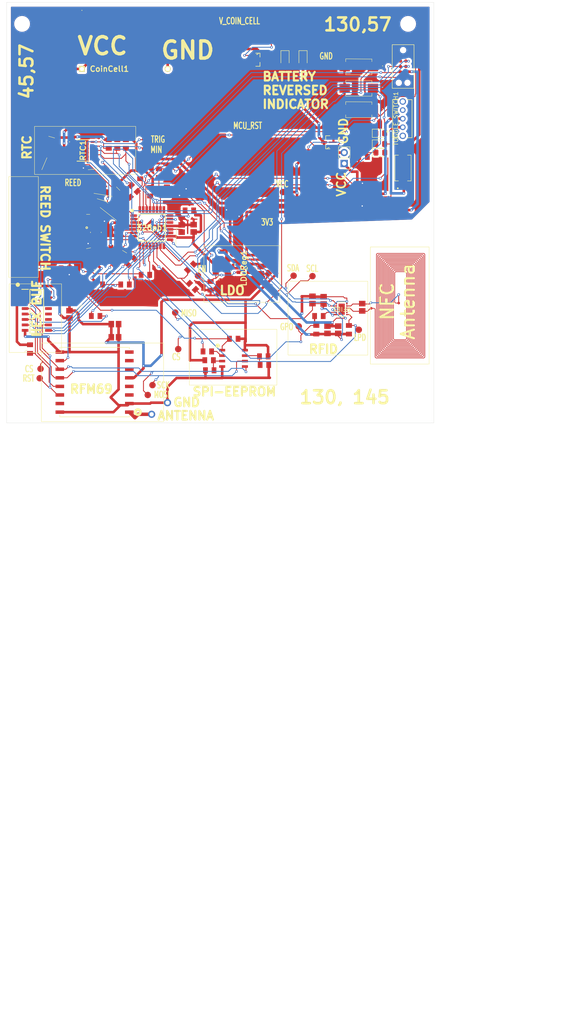
<source format=kicad_pcb>
(kicad_pcb (version 20240108) (generator "pcbnew") (generator_version "8.0")
  (layers (0 "F.Cu" signal) (31 "B.Cu" signal) (34 "B.Paste" user) (35 "F.Paste" user) (36 "B.SilkS" user "B.Silkscreen") (37 "F.SilkS" user "F.Silkscreen") (38 "B.Mask" user) (39 "F.Mask" user) (44 "Edge.Cuts" user))
  (net 0 "")
  (net 2 "SCK_RFM69")
  (net 3 "SCK")
  (net 6 "MOSI")
  (net 7 "RX")
  (net 8 "RST")
  (net 9 "GND")
  (net 10 "MOSI_RFM69")
  (net 11 "RST_RFM69")
  (net 12 "Net-(328pb1-(XTAL2{slash}TOSC2)_PB7)")
  (net 13 "MISO_RFM69")
  (net 14 "Net-(328pb1-(OC2B{slash}INT1{slash}PTCXY)_PD3)")
  (net 15 "3V3")
  (net 16 "VBAT")
  (net 17 "Net-(328pb1-PD2_(PTCXY{slash}INT0{slash}OC3B{slash}OC4B))")
  (net 18 "TX")
  (net 19 "CS_RFM69")
  (net 20 "MISO")
  (net 22 "CS_3V3")
  (net 23 "MOSI_3V3")
  (net 24 "SCK_3V3")
  (net 25 "RST_3V3")
  (net 26 "Net-(R_REED_GND1-Pad2)")
  (net 27 "VCC")
  (net 28 "Net-(RTC1-DIN)")
  (net 29 "SDA")
  (net 30 "INT_TRIG")
  (net 31 "REED_OUT")
  (net 32 "SCL")
  (net 33 "INT_MINUTE")
  (net 34 "Net-(328pb1-PC3_(ADC3{slash}PTCY))")
  (net 35 "Net-(328pb1-AREF)")
  (net 36 "AVR_CTRL")
  (net 37 "DIO0")
  (net 38 "DIO3")
  (net 39 "DIO2")
  (net 40 "DIO5")
  (net 41 "DIO1")
  (net 42 "DIO4")
  (net 43 "Net-(U1-ANT)")
  (net 44 "ANT1")
  (net 45 "ANT2")
  (net 46 "PE1")
  (net 47 "Net-(328pb1-PC6_(~{RESET}))")
  (net 48 "Net-(328pb1-(XCK0{slash}T0{slash}PTCXY)_PD4)")
  (net 49 "/VPREV")
  (net 50 "/VPOSTV")
  (net 51 "LPD")
  (net 52 "GPO")
  (net 53 "CS_SPI_FLASH")
  (net 54 "CS_SPI_FLASH_3V3")
  (net 55 "SPI_HOLD")
  (net 56 "SPI_WP")
  (net 66 "VCC_RFID")
  (net 67 "Net-(328pb1-PE3_(ADC7{slash}PTCY{slash}T3{slash}MOSI1))")
  (net 68 "Net-(328pb1-PC1_(ADC1{slash}PTCY{slash}SCK1))")
  (net 69 "Net-(U1-MISO)")
  (net 70 "Net-(R_MISO_SPI1-Pad2)")
  (net 71 "Net-(RFID1-GPO(CMOS))")
  (net 72 "Net-(328pb1-(ICP1{slash}CLKO{slash}PTCXY)_PB0)")
  (net 73 "Net-(328pb1-PE2_(ADC6{slash}PTCY{slash}ICP3{slash}~{SS1}))")
  (net 74 "Net-(STAYAWAKE_SW1-COM)")
  (net 75 "PB2")
  (net 76 "Net-(BROADCAST_SW2-COM)")
  (net 77 "Net-(328pb1-(OC0A{slash}PTCXY{slash}AIN0)_PD6)")
  (net 78 "Net-(328pb1-(PTCXY{slash}AIN1)_PD7)")
  (net 79 "Net-(LED2-K)")
  (net 80 "Net-(LED3-K)")
  (net 81 "Net-(LED1-K)")
  (net 82 "GND-RTC-BAT")
  (net 83 "GND-BAT")
  (net 84 "Net-(U3-G)")
  (net 85 "Net-(U2-G)")
  (net 86 "Net-(LED4-K)")
  (net 87 "Net-(LED5-K)")
  (footprint "ishan:C0805" (layer "F.Cu") (at 87.65 112.95 -90)
    (property "Reference" "C_LDO_VCC1" (hide yes))
    (property "Value" "~" (hide yes))
  )
  (footprint "ishan:MOX-OXLEY-TEST-POINT" (layer "F.Cu") (at 104.5 127.5)
    (property "Reference" "GPO_1" (hide yes))
    (property "Value" "~" (hide yes))
  )
  (footprint "ishan:R0805" (layer "F.Cu") (at 62.157893 112.467107 -135)
    (property "Reference" "R_MOSI1" (hide yes))
    (property "Value" "~")
  )
  (footprint "LED_SMD:LED_0805_2012Metric_Pad1.15x1.40mm_HandSolder" (layer "F.Cu") (at 123.5 82.5)
    (property "Reference" "LED2" (hide yes))
    (property "Value" "LED")
  )
  (footprint "ishan:1825232-1_TEC" (layer "F.Cu") (at 128.75 81.1 90)
    (property "Reference" "TOGGLE_SWITCH1")
    (property "Value" "1825232-1")
  )
  (footprint "ishan:74HC4050D_BJ_" (layer "F.Cu") (at 43.425 123.995)
    (property "Reference" "HexBuf1" (hide yes))
    (property "Value" "74HC4050D_BJ_" (hide yes))
  )
  (footprint "ishan:R0805" (layer "F.Cu") (at 64.5 96.7 135)
    (property "Reference" "R_PD3_UP1" (hide yes))
    (property "Value" "~")
  )
  (footprint "MountingHole:MountingHole_3.2mm_M3" (layer "F.Cu") (at 130 57)
    (property "Reference" "H3" (hide yes))
    (property "Value" "MountingHole")
  )
  (footprint "ishan:PTS636SM25FSMTRLFS" (layer "F.Cu") (at 118.5 77 180)
    (property "Reference" "RST_SWITCH1" (hide yes))
    (property "Value" "PTS636_SM25F_SMTR_LFS")
  )
  (footprint "ishan:MDSM-4_15.3mm_Surface_Mount_Reed_Switch" (layer "F.Cu") (at 40.2 104 90)
    (property "Reference" "Reed1" (hide yes))
    (property "Value" "~")
  )
  (footprint "ishan:C0805" (layer "F.Cu") (at 51.05 124.7 -90)
    (property "Reference" "C_74HC1" (hide yes))
    (property "Value" "~" (hide yes))
  )
  (footprint "ishan:R0805" (layer "F.Cu") (at 66.157107 95.357107 -45)
    (property "Reference" "R_INT_PD2" (hide yes))
    (property "Value" "~")
  )
  (footprint "ishan:BH80B1" (layer "F.Cu") (at 53.95 67.5)
    (property "Reference" "CoinCell1")
    (property "Value" "BH-80B-1" (hide yes))
  )
  (footprint "ishan:R0805" (layer "F.Cu") (at 57.75 117.75 180)
    (property "Reference" "R_CS_RFM1" (hide yes))
    (property "Value" "~")
  )
  (footprint "ishan:R0805" (layer "F.Cu") (at 67.55 92.1 90)
    (property "Reference" "R_PD2_PUP1" (hide yes))
    (property "Value" "~")
  )
  (footprint "ishan:R0805" (layer "F.Cu") (at 83.6 135.4 180)
    (property "Reference" "R_WP1" (hide yes))
    (property "Value" "~")
  )
  (footprint "MAX31329ELB+:MAX31329ELB" (layer "F.Cu") (at 54.212 86.5 -90)
    (property "Reference" "RTC1")
    (property "Value" "MAX31329ELB+" (hide yes))
  )
  (footprint "ishan:MOX-OXLEY-TEST-POINT" (layer "F.Cu") (at 44.1 139.6)
    (property "Reference" "RFM_RST_1" (hide yes))
    (property "Value" "~" (hide yes))
  )
  (footprint "ishan:R0805" (layer "F.Cu") (at 71.9 91.8 -90)
    (property "Reference" "R_RST1" (hide yes))
    (property "Value" "~")
  )
  (footprint "ishan:R0805" (layer "F.Cu") (at 61.7 109.22 180)
    (property "Reference" "R_PE1_PUP1" (hide yes))
    (property "Value" "~")
  )
  (footprint "ishan:XTAL_TSX-3225_16.0000MF18X-AC0" (layer "F.Cu") (at 57.2 105.6)
    (property "Reference" "Y1" (hide yes))
    (property "Value" "~" (hide yes))
  )
  (footprint "ishan:MOX-OXLEY-TEST-POINT" (layer "F.Cu") (at 68.7 83.9)
    (property "Reference" "INT_TRIG_1" (hide yes))
    (property "Value" "~" (hide yes))
  )
  (footprint "MountingHole:MountingHole_3.2mm_M3" (layer "F.Cu") (at 40 145)
    (property "Reference" "H1" (hide yes))
    (property "Value" "MountingHole")
  )
  (footprint "ishan:MOX-OXLEY-TEST-POINT" (layer "F.Cu") (at 94.5 103.2)
    (property "Reference" "3V3_1" (hide yes))
    (property "Value" "~" (hide yes))
  )
  (footprint "ishan:IRLML6344TRPbF" (layer "F.Cu") (at 94.7539 65.3539)
    (property "Reference" "U3" (hide yes))
    (property "Value" "IRLML6344TRPBF")
  )
  (footprint "adafruit_rfm:1X01_ROUND" (layer "F.Cu") (at 73.9 145.3)
    (property "Reference" "JP2" (hide yes))
    (property "Value" "~")
  )
  (footprint "adafruit_rfm:1X01_ROUND" (layer "F.Cu") (at 70.2 148)
    (property "Reference" "JP1" (hide yes))
    (property "Value" "~")
  )
  (footprint "ishan:PTS636SM25FSMTRLFS" (layer "F.Cu") (at 118.5 72 180)
    (property "Reference" "STAYAWAKE_SW1" (hide yes))
    (property "Value" "PTS636_SM25F_SMTR_LFS")
  )
  (footprint "ishan:TCR2LF33LMCT" (layer "F.Cu") (at 91.7 113.95 -90)
    (property "Reference" "LDOReg1")
    (property "Value" "TCR2LF33,LM_CT" (hide yes))
  )
  (footprint "ishan:R0805" (layer "F.Cu") (at 57.15 125.095)
    (property "Reference" "R_MISO_RFM1" (hide yes))
    (property "Value" "~")
  )
  (footprint "ishan:C0805" (layer "F.Cu") (at 61.65 130.05)
    (property "Reference" "C_RFM69_0.1" (hide yes))
    (property "Value" "~" (hide yes))
  )
  (footprint "ishan:R0805" (layer "F.Cu") (at 60.2 85 -90)
    (property "Reference" "R_PULL_UP_TRIG1" (hide yes))
    (property "Value" "~")
  )
  (footprint "ishan:MOX-OXLEY-TEST-POINT" (layer "F.Cu") (at 68.7 86.3)
    (property "Reference" "INT_MIN_1" (hide yes))
    (property "Value" "~" (hide yes))
  )
  (footprint "ishan:R0805" (layer "F.Cu") (at 85.15 113.8625 90)
    (property "Reference" "R_LDO_UP1" (hide yes))
    (property "Value" "~")
  )
  (footprint "ishan:C0805" (layer "F.Cu") (at 57.35 101.7)
    (property "Reference" "C_XTAL1" (hide yes))
    (property "Value" "~" (hide yes))
  )
  (footprint "ishan:R0805" (layer "F.Cu") (at 107.5 93 180)
    (property "Reference" "R_PE1" (hide yes))
    (property "Value" "~")
  )
  (footprint "ishan:C0805" (layer "F.Cu") (at 113.7 128.3 90)
    (property "Reference" "C_RFID_0.2" (hide yes))
    (property "Value" "~" (hide yes))
  )
  (footprint "ishan:R0805" (layer "F.Cu") (at 79.292893 113.707107 -135)
    (property "Reference" "R_CS_SPI4" (hide yes))
    (property "Value" "~")
  )
  (footprint "ishan:MOX-OXLEY-TEST-POINT" (layer "F.Cu") (at 69.3 143.5)
    (property "Reference" "MOSI_1" (hide yes))
    (property "Value" "~" (hide yes))
  )
  (footprint "ishan:IRLML6344TRPbF" (layer "F.Cu") (at 111.5 84.6 180)
    (property "Reference" "U2" (hide yes))
    (property "Value" "IRLML6344TRPBF")
  )
  (footprint "MountingHole:MountingHole_3.2mm_M3" (layer "F.Cu") (at 130 145)
    (property "Reference" "H4" (hide yes))
    (property "Value" "MountingHole")
  )
  (footprint "ishan:C0805" (layer "F.Cu") (at 77.2 104.7 -90)
    (property "Reference" "C_328pb_AREF1" (hide yes))
    (property "Value" "~" (hide yes))
  )
  (footprint "ishan:R0805" (layer "F.Cu") (at 65.405 112.395 -135)
    (property "Reference" "R_SCK1" (hide yes))
    (property "Value" "~")
  )
  (footprint "ishan:R0805" (layer "F.Cu") (at 116.2 128.3 -90)
    (property "Reference" "R_LPD1" (hide yes))
    (property "Value" "~")
  )
  (footprint "ishan:SW_TS10-63-26-BE-250-SMT-TR" (layer "F.Cu") (at 128.8 90.6 90)
    (property "Reference" "POWER_CYCLE_SWITCH1" (hide yes))
    (property "Value" "POWER_CYCLE_SW")
  )
  (footprint "ishan:R0805" (layer "F.Cu") (at 119.5 82 180)
    (property "Reference" "R_LED2" (hide yes))
    (property "Value" "~")
  )
  (footprint "ishan:R0805" (layer "F.Cu") (at 48.212 84.5 90)
    (property "Reference" "R_RTC_PUP_DIN1" (hide yes))
    (property "Value" "~")
  )
  (footprint "ishan:R0805" (layer "F.Cu") (at 108.6 128.3 -90)
    (property "Reference" "R_GPO1" (hide yes))
    (property "Value" "~")
  )
  (footprint "ishan:C0805" (layer "F.Cu") (at 107.7 121.35 90)
    (property "Reference" "C_RFID_0.1" (hide yes))
    (property "Value" "~" (hide yes))
  )
  (footprint "ishan:MOX-OXLEY-TEST-POINT" (layer "F.Cu") (at 87.9 80.8)
    (property "Reference" "RST_1" (hide yes))
    (property "Value" "~" (hide yes))
  )
  (footprint "ishan:C0805" (layer "F.Cu") (at 110.3 121.45 90)
    (property "Reference" "C_RFID_1" (hide yes))
    (property "Value" "~" (hide yes))
  )
  (footprint "ishan:MOX-OXLEY-TEST-POINT" (layer "F.Cu") (at 75.7 124.3)
    (property "Reference" "MISO_1" (hide yes))
    (property "Value" "~" (hide yes))
  )
  (footprint "ishan:C0805" (layer "F.Cu") (at 119.3 123.05 -90)
    (property "Reference" "C_RFID_3" (hide yes))
    (property "Value" "~" (hide yes))
  )
  (footprint "ishan:MOX-OXLEY-TEST-POINT" (layer "F.Cu") (at 70.4 141.2)
    (property "Reference" "SCK_1" (hide yes))
    (property "Value" "~" (hide yes))
  )
  (footprint "ishan:R0805" (layer "F.Cu") (at 119.5 88 180)
    (property "Reference" "R_LED1" (hide yes))
    (property "Value" "~")
  )
  (footprint "ishan:R0805" (layer "F.Cu") (at 64.2 85 -90)
    (property "Reference" "R_PULL_UP_SDA1" (hide yes))
    (property "Value" "~")
  )
  (footprint "ishan:R0805" (layer "F.Cu") (at 79 100.5)
    (property "Reference" "R_RST_RFM1" (hide yes))
    (property "Value" "~")
  )
  (footprint "ishan:M95128-WMN6TP" (layer "F.Cu") (at 89.25 138.03)
    (property "Reference" "SPI-FLASH1" (hide yes))
    (property "Value" "M95128-WMN6TP")
  )
  (footprint "ishan:MOX-OXLEY-TEST-POINT" (layer "F.Cu") (at 48.6 94.1)
    (property "Reference" "REED_1" (hide yes))
    (property "Value" "~" (hide yes))
  )
  (footprint "ishan:R0805" (layer "F.Cu") (at 61.354765 100.054765 -45)
    (property "Reference" "R_TRIG_PD3" (hide yes))
    (property "Value" "~")
  )
  (footprint "ishan:MOX-OXLEY-TEST-POINT" (layer "F.Cu") (at 81 115.7)
    (property "Reference" "LDO_CTRL_1" (hide yes))
    (property "Value" "~" (hide yes))
  )
  (footprint "adafruit_rfm:RFMHCW_SMT" (layer "F.Cu") (at 56.9 140.5)
    (property "Reference" "U1" (hide yes))
    (property "Value" "~" (hide yes))
  )
  (footprint "ishan:R0805" (layer "F.Cu") (at 56.4 113.45 45)
    (property "Reference" "R_CS_SPI2" (hide yes))
    (property "Value" "~")
  )
  (footprint "ishan:MOX-OXLEY-TEST-POINT" (layer "F.Cu") (at 90.2 58.5)
    (property "Reference" "VBAT_1" (hide yes))
    (property "Value" "~" (hide yes))
  )
  (footprint "ishan:MOX-OXLEY-TEST-POINT" (layer "F.Cu") (at 100.8 96.2)
    (property "Reference" "VCC_1" (hide yes))
    (property "Value" "~" (hide yes))
  )
  (footprint "ishan:R0805" (layer "F.Cu") (at 60.15 91.5 135)
    (property "Reference" "R_PUP_INT_MIN1" (hide yes))
    (property "Value" "~")
  )
  (footprint "ishan:MOX-OXLEY-TEST-POINT" (layer "F.Cu") (at 76.4 132.8)
    (property "Reference" "CS_SPI_1" (hide yes))
    (property "Value" "~" (hide yes))
  )
  (footprint "ishan:C0805" (layer "F.Cu") (at 61.65 126.9832)
    (property "Reference" "C_RFM69_10" (hide yes))
    (property "Value" "~" (hide yes))
  )
  (footprint "ishan:R0805" (layer "F.Cu") (at 69.860916 96.1125 90)
    (property "Reference" "R_PC6_PUP1" (hide yes))
    (property "Value" "~")
  )
  (footprint "ishan:MOX-OXLEY-TEST-POINT" (layer "F.Cu") (at 118.5 128.3)
    (property "Reference" "LPD_1" (hide yes))
    (property "Value" "~" (hide yes))
  )
  (footprint "ishan:MOX-OXLEY-TEST-POINT" (layer "F.Cu") (at 103.3 115.7)
    (property "Reference" "SDA_1" (hide yes))
    (property "Value" "~" (hide yes))
  )
  (footprint "ishan:R0805" (layer "F.Cu") (at 62.2 85 -90)
    (property "Reference" "R_PULL_UP_SCL1" (hide yes))
    (property "Value" "~")
  )
  (footprint "ishan:R0805" (layer "F.Cu") (at 119.5 85 180)
    (property "Reference" "R_LED3" (hide yes))
    (property "Value" "~")
  )
  (footprint "ishan:R0805" (layer "F.Cu") (at 95.9539 60.6539)
    (property "Reference" "R_POL1" (hide yes))
    (property "Value" "~")
  )
  (footprint "ishan:R0805" (layer "F.Cu") (at 64 117.75)
    (property "Reference" "R_CS_RFM2" (hide yes))
    (property "Value" "~")
  )
  (footprint "ishan:R0805" (layer "F.Cu") (at 89.35 130.4 180)
    (property "Reference" "R_CS_SPI1" (hide yes))
    (property "Value" "~")
  )
  (footprint "ishan:MOX-OXLEY-TEST-POINT" (layer "F.Cu") (at 44.3 137.4)
    (property "Reference" "CS_RFM_1" (hide yes))
    (property "Value" "~" (hide yes))
  )
  (footprint "LED_SMD:LED_0805_2012Metric_Pad1.15x1.40mm_HandSolder" (layer "F.Cu") (at 105.5 65.1 -90)
    (property "Reference" "LED4" (hide yes))
    (property "Value" "LED")
  )
  (footprint "MountingHole:MountingHole_3.2mm_M3" (layer "F.Cu") (at 40 57)
    (property "Reference" "H2" (hide yes))
    (property "Value" "MountingHole")
  )
  (footprint "ishan:R0805" (layer "F.Cu") (at 83.185 133.35)
    (property "Reference" "R_MISO_SPI1" (hide yes))
    (property "Value" "~")
  )
  (footprint "ishan:R0805" (layer "F.Cu") (at 96.5 136.5)
    (property "Reference" "R_HOLD2" (hide yes))
    (property "Value" "~")
  )
  (footprint "ishan:R0805" (layer "F.Cu") (at 105.4 60.3 90)
    (property "Reference" "R_LED4" (hide yes))
    (property "Value" "~")
  )
  (footprint "ishan:R0805" (layer "F.Cu") (at 58.5 96.25)
    (property "Reference" "R_PULL_DOWN_TRIG1" (hide yes))
    (property "Value" "~")
  )
  (footprint "ishan:C0805" (layer "F.Cu") (at 57.45 109.7 180)
    (property "Reference" "C_XTAL2" (hide yes))
    (property "Value" "~" (hide yes))
  )
  (footprint "LED_SMD:LED_0805_2012Metric_Pad1.15x1.40mm_HandSolder" (layer "F.Cu") (at 101.3 65.1 -90)
    (property "Reference" "LED5" (hide yes))
    (property "Value" "LED")
  )
  (footprint "ishan:C0805" (layer "F.Cu") (at 80 104.65 -90)
    (property "Reference" "C_328pb_AVCC1" (hide yes))
    (property "Value" "~" (hide yes))
  )
  (footprint "ishan:C0805" (layer "F.Cu") (at 62.5 104.15 -90)
    (property "Reference" "C_328pb_GND1" (hide yes))
    (property "Value" "~" (hide yes))
  )
  (footprint "LED_SMD:LED_0805_2012Metric_Pad1.15x1.40mm_HandSolder" (layer "F.Cu") (at 123.525 87)
    (property "Reference" "LED1" (hide yes))
    (property "Value" "LED")
  )
  (footprint "ishan:MOX-OXLEY-TEST-POINT" (layer "F.Cu") (at 107.7 115.8)
    (property "Reference" "SCL_1" (hide yes))
    (property "Value" "~" (hide yes))
  )
  (footprint "ishan:UFDFPN12_ST25DV_STM" (layer "F.Cu") (at 114.5 123.5 180)
    (property "Reference" "RFID1")
    (property "Value" "ST25DV04KC-JF6D3")
  )
  (footprint "ishan:C0805" (layer "F.Cu") (at 111.2 128.3 90)
    (property "Reference" "C_RFID_2" (hide yes))
    (property "Value" "~" (hide yes))
  )
  (footprint "ishan:R0805" (layer "F.Cu") (at 79.707107 118.207107 135)
    (property "Reference" "R_PE2" (hide yes))
    (property "Value" "~")
  )
  (footprint "ishan:TAG-CONNECT_TC2050-IDC-NL-CUSTOM" (layer "F.Cu") (at 128.835 66.93 -90)
    (property "Reference" "TAGCONN1" (hide yes))
    (property "Value" "~" (hide yes))
  )
  (footprint "ishan:R0805" (layer "F.Cu") (at 62.645235 98.345235 -45)
    (property "Reference" "R_REED_PD3" (hide yes))
    (property "Value" "~")
  )
  (footprint "ishan:PTS636SM25FSMTRLFS" (layer "F.Cu") (at 118.5 67 180)
    (property "Reference" "BROADCAST_SW2" (hide yes))
    (property "Value" "PTS636_SM25F_SMTR_LFS")
  )
  (footprint "Connector_PinHeader_2.54mm:PinHeader_1x02_P2.54mm_Vertical" (layer "F.Cu") (at 115.1 89.54 180)
    (property "Reference" "J2" (hide yes))
    (property "Value" "Conn_01x02_Pin")
  )
  (footprint "ishan:R0805" (layer "F.Cu") (at 96.35 134.5)
    (property "Reference" "R_HOLD1" (hide yes))
    (property "Value" "~")
  )
  (footprint "ishan:R0805" (layer "F.Cu") (at 41.85 132.8 -90)
    (property "Reference" "R_RFM_CS1" (hide yes))
    (property "Value" "~")
  )
  (footprint "ishan:MOX-OXLEY-TEST-POINT" (layer "F.Cu") (at 110.9 66.3)
    (property "Reference" "GND_1" (hide yes))
    (property "Value" "~" (hide yes))
  )
  (footprint "ishan:R0805" (layer "F.Cu") (at 47.212 87.5)
    (property "Reference" "R_REED_RTC1" (hide yes))
    (property "Value" "~")
  )
  (footprint "ishan:R0805" (layer "F.Cu") (at 73.75 96 90)
    (property "Reference" "R_PC3_UP1" (hide yes))
    (property "Value" "~")
  )
  (footprint "ishan:R0805" (layer "F.Cu") (at 83.75 137.75)
    (property "Reference" "R_WP2" (hide yes))
    (property "Value" "~")
  )
  (footprint "ishan:R0805" (layer "F.Cu") (at 101.3 60.3 90)
    (property "Reference" "R_LED5" (hide yes))
    (property "Value" "~")
  )
  (footprint "ishan:R0805" (layer "F.Cu") (at 106.7 87.8 90)
    (property "Reference" "R_POL2" (hide yes))
    (property "Value" "~")
  )
  (footprint "ishan:R0805" (layer "F.Cu") (at 109.2 125.1)
    (property "Reference" "R_GPO2" (hide yes))
    (property "Value" "~")
  )
  (footprint "ATMEGA328PB-ANR:QFP80P900X900X120-32N" (layer "F.Cu") (at 70.25 104.5)
    (property "Reference" "328pb1")
    (property "Value" "ATMEGA328PB-ANR" (hide yes))
  )
  (footprint "LED_SMD:LED_0805_2012Metric_Pad1.15x1.40mm_HandSolder" (layer "F.Cu") (at 123.5 85)
    (property "Reference" "LED3" (hide yes))
    (property "Value" "LED")
  )
  (footprint "ishan:R0805" (layer "F.Cu") (at 83.95 118.05 90)
    (property "Reference" "R_LDO_DOWN1" (hide yes))
    (property "Value" "~")
  )
  (footprint "ishan:QWIIC_RFID_TAG_COILS_PCB_COIL_4UH_B" (layer "F.Cu") (at 121.704 122.6904 -90)
    (property "Reference" "ANT1" (hide yes))
    (property "Value" "~")
  )
  (footprint "ishan:C0805" (layer "F.Cu") (at 95.65 114.4 -90)
    (property "Reference" "C_LDO_3V3" (hide yes))
    (property "Value" "~" (hide yes))
  )
  (footprint "ishan:R0805" (layer "F.Cu") (at 68.75 115.5)
    (property "Reference" "R_CS_SPI3" (hide yes))
    (property "Value" "~")
  )
  (footprint "ishan:R0805" (layer "F.Cu") (at 50.0875 114 180)
    (property "Reference" "R_REED_GND1" (hide yes))
    (property "Value" "~")
  )
  (gr_circle (center 85.6 132) (end 86.047214 132) (stroke (width 0.1)) (fill solid) (layer "F.SilkS"))
  (gr_rect (start 44.5 131.4) (end 73 149.7) (stroke (width 0.1)) (fill none) (layer "F.SilkS"))
  (gr_line (start 59.6 98.4) (end 60 98.8) (stroke (width 0.1)) (layer "F.SilkS"))
  (gr_line (start 62 95) (end 62.8 95.8) (stroke (width 0.1)) (layer "F.SilkS"))
  (gr_line (start 57.2 115) (end 56.8 114.2) (stroke (width 0.1)) (layer "F.SilkS"))
  (gr_line (start 55 101.4) (end 55.8 101.4) (stroke (width 0.1)) (layer "F.SilkS"))
  (gr_rect (start 36.9 92.6) (end 43.8 116.1) (stroke (width 0.1)) (fill none) (layer "F.SilkS"))
  (gr_rect (start 121.2 109) (end 134.9 136.3) (stroke (width 0.1)) (fill none) (layer "F.SilkS"))
  (gr_line (start 55 109.4) (end 56 109.2) (stroke (width 0.1)) (layer "F.SilkS"))
  (gr_line (start 44.6 91) (end 45.8 88.2) (stroke (width 0.1)) (layer "F.SilkS"))
  (gr_line (start 58.2 99.8) (end 62 102.8) (stroke (width 0.1)) (layer "F.SilkS"))
  (gr_rect (start 102 117) (end 120.6 134.2) (stroke (width 0.1)) (fill none) (layer "F.SilkS"))
  (gr_rect (start 82.4 108.7) (end 100.1 121.9) (stroke (width 0.1)) (fill none) (layer "F.SilkS"))
  (gr_circle (center 39 117.8) (end 39.447214 117.8) (stroke (width 0.1)) (fill solid) (layer "F.SilkS"))
  (gr_line (start 56.75 96.5) (end 61 97.2) (stroke (width 0.1)) (layer "F.SilkS"))
  (gr_rect (start 79 128.2) (end 99.4 141.2) (stroke (width 0.1)) (fill none) (layer "F.SilkS"))
  (gr_line (start 64.4 110.4) (end 63.4 109.8) (stroke (width 0.1)) (layer "F.SilkS"))
  (gr_rect (start 37 117.6) (end 49.2 133.6) (stroke (width 0.1)) (fill none) (layer "F.SilkS"))
  (gr_line (start 46.2 83.2) (end 47.6 83.6) (stroke (width 0.1)) (layer "F.SilkS"))
  (gr_line (start 75.8 109) (end 76 104.6) (stroke (width 0.1)) (layer "F.SilkS"))
  (gr_line (start 55.4 91) (end 57.8 90.8) (stroke (width 0.1)) (layer "F.SilkS"))
  (gr_line (start 50.8 112.8) (end 50.6 113.2) (stroke (width 0.1)) (layer "F.SilkS"))
  (gr_line (start 59.6 98.4) (end 57.5 97.75) (stroke (width 0.1)) (layer "F.SilkS"))
  (gr_line (start 86 116.8) (end 85.6 115.4) (stroke (width 0.1)) (layer "F.SilkS"))
  (gr_line (start 89 115.6) (end 88.6 114.4) (stroke (width 0.1)) (layer "F.SilkS"))
  (gr_line (start 76 104.6) (end 77 104.6) (stroke (width 0.1)) (layer "F.SilkS"))
  (gr_line (start 54 122.4) (end 52.2 124.8) (stroke (width 0.1)) (layer "F.SilkS"))
  (gr_line (start 40.6 133.4) (end 41.2 133) (stroke (width 0.1)) (layer "F.SilkS"))
  (gr_rect (start 42.9 80.9) (end 66.5 92.1) (stroke (width 0.1)) (fill none) (layer "F.SilkS"))
  (gr_line (start 136 52) (end 36.4 52) (stroke (width 0.05)) (layer "Edge.Cuts"))
  (gr_line (start 136 150) (end 136 52) (stroke (width 0.05)) (layer "Edge.Cuts"))
  (gr_line (start 136 150) (end 36.4 150) (stroke (width 0.05)) (layer "Edge.Cuts"))
  (gr_line (start 36.4 52) (end 36.4 150) (stroke (width 0.05)) (layer "Edge.Cuts"))
  (gr_text "TRIG" (at 69.9 84.8 0) (layer "F.SilkS") (effects (font (size 1.5 1) (thickness 0.25)) (justify left bottom)))
  (gr_text "GPO" (at 100 128.5 0) (layer "F.SilkS") (effects (font (size 1.5 1) (thickness 0.25)) (justify left bottom)))
  (gr_text "MOSI" (at 70.6 144.3 0) (layer "F.SilkS") (effects (font (size 1.5 1) (thickness 0.25)) (justify left bottom)))
  (gr_text "NFC\nAntenna" (at 131.7 121.7 90) (layer "F.SilkS") (effects (font (size 3 3) (thickness 0.5) (bold yes)) (justify bottom)))
  (gr_text "RFM69" (at 50.9 143.3 0) (layer "F.SilkS") (effects (font (size 2 2) (thickness 0.5) (bold yes)) (justify left bottom)))
  (gr_text "130,57" (at 110 58.9 0) (layer "F.SilkS") (effects (font (size 3 3) (thickness 0.6) (bold yes)) (justify left bottom)))
  (gr_text "RFID\n" (at 106.6 134 0) (layer "F.SilkS") (effects (font (size 2 2) (thickness 0.5) (bold yes)) (justify left bottom)))
  (gr_text "GND" (at 75 146.4 0) (layer "F.SilkS") (effects (font (size 2 2) (thickness 0.5) (bold yes)) (justify left bottom)))
  (gr_text "45,57" (at 42.8 74.9 90) (layer "F.SilkS") (effects (font (size 3 3) (thickness 0.6) (bold yes)) (justify left bottom)))
  (gr_text "VCC" (at 52.5 64.5 0) (layer "F.SilkS") (effects (font (size 4 4) (thickness 0.8) (bold yes)) (justify left bottom)))
  (gr_text "MIN" (at 69.8 87.2 0) (layer "F.SilkS") (effects (font (size 1.5 1) (thickness 0.25)) (justify left bottom)))
  (gr_text "GND" (at 109.2 65.4 0) (layer "F.SilkS") (effects (font (size 1.5 1) (thickness 0.25)) (justify left bottom)))
  (gr_text "REED SWITCH" (at 44.2 94.3 270) (layer "F.SilkS") (effects (font (size 2 2) (thickness 0.5) (bold yes)) (justify left bottom)))
  (gr_text "130, 145\n" (at 104.4 145.8 0) (layer "F.SilkS") (effects (font (size 3 3) (thickness 0.6) (bold yes)) (justify left bottom)))
  (gr_text "MISO" (at 76.9 125.3 0) (layer "F.SilkS") (effects (font (size 1.5 1) (thickness 0.25)) (justify left bottom)))
  (gr_text "SCK" (at 71.3 142.1 0) (layer "F.SilkS") (effects (font (size 1.5 1) (thickness 0.25)) (justify left bottom)))
  (gr_text "3V3" (at 95.6 104.1 0) (layer "F.SilkS") (effects (font (size 1.5 1) (thickness 0.25)) (justify left bottom)))
  (gr_text "MCU_RST" (at 89.1 81.6 0) (layer "F.SilkS") (effects (font (size 1.5 1) (thickness 0.25)) (justify left bottom)))
  (gr_text "EN" (at 80.8 115 0) (layer "F.SilkS") (effects (font (size 1.5 1) (thickness 0.25)) (justify left bottom)))
  (gr_text "REED" (at 49.8 94.9 0) (layer "F.SilkS") (effects (font (size 1.5 1) (thickness 0.25)) (justify left bottom)))
  (gr_text "VCC" (at 115.6 97.5 90) (layer "F.SilkS") (effects (font (size 2 2) (thickness 0.4) (bold yes)) (justify left bottom)))
  (gr_text "SPI-EEPROM" (at 79.5 143.9 0) (layer "F.SilkS") (effects (font (size 2 2) (thickness 0.5) (bold yes)) (justify left bottom)))
  (gr_text "VCC" (at 99.1 95.2 0) (layer "F.SilkS") (effects (font (size 1.5 1) (thickness 0.25)) (justify left bottom)))
  (gr_text "V_COIN_CELL" (at 85.8 57.2 0) (layer "F.SilkS") (effects (font (size 1.5 1) (thickness 0.25)) (justify left bottom)))
  (gr_text "GND" (at 72 65.5 0) (layer "F.SilkS") (effects (font (size 4 4) (thickness 0.8) (bold yes)) (justify left bottom)))
  (gr_text "SCL" (at 106.1 114.9 0) (layer "F.SilkS") (effects (font (size 1.5 1) (thickness 0.25)) (justify left bottom)))
  (gr_text "RTC" (at 42.3 88.9 90) (layer "F.SilkS") (effects (font (size 2 2) (thickness 0.5) (bold yes)) (justify left bottom)))
  (gr_text "ANTENNA" (at 71.3 149.5 0) (layer "F.SilkS") (effects (font (size 2 2) (thickness 0.5) (bold yes)) (justify left bottom)))
  (gr_text "RST" (at 40 140.5 0) (layer "F.SilkS") (effects (font (size 1.5 1) (thickness 0.25)) (justify left bottom)))
  (gr_text "HEX BUF" (at 44.6 130.3 90) (layer "F.SilkS") (effects (font (size 2 2) (thickness 0.5) (bold yes)) (justify left bottom)))
  (gr_text "CS" (at 40.5 138.3 0) (layer "F.SilkS") (effects (font (size 1.5 1) (thickness 0.25)) (justify left bottom)))
  (gr_text "GND" (at 116.1 85.3 90) (layer "F.SilkS") (effects (font (size 2 2) (thickness 0.4) (bold yes)) (justify left bottom)))
  (gr_text "LPD" (at 117.2 131 0) (layer "F.SilkS") (effects (font (size 1.5 1) (thickness 0.25)) (justify left bottom)))
  (gr_text "CS" (at 74.8 135.5 0) (layer "F.SilkS") (effects (font (size 1.5 1) (thickness 0.25)) (justify left bottom)))
  (gr_text "SDA" (at 101.6 114.8 0) (layer "F.SilkS") (effects (font (size 1.5 1) (thickness 0.25)) (justify left bottom)))
  (gr_text "LDO" (at 85.8 120.3 0) (layer "F.SilkS") (effects (font (size 2 2) (thickness 0.5) (bold yes)) (justify left bottom)))
  (gr_text "BATTERY\nREVERSED\nINDICATOR" (at 95.8 76.9 0) (layer "F.SilkS") (effects (font (size 2 2) (thickness 0.5) (bold yes)) (justify left bottom)))
  (segment (start 64.697893 113.102107) (end 63.997893 113.102107) (width 0.2) (layer "F.Cu") (net 2))
  (segment (start 63.997893 113.102107) (end 63.5 113.6) (width 0.2) (layer "F.Cu") (net 2))
  (segment (start 42.2 124.7) (end 40.77 124.7) (width 0.2) (layer "F.Cu") (net 2))
  (via (at 42.2 124.7) (size 0.6) (drill 0.3) (layers "F.Cu" "B.Cu") (net 2))
  (via (at 63.5 113.6) (size 0.6) (drill 0.3) (layers "F.Cu" "B.Cu") (net 2))
  (segment (start 63.5 113.6) (end 63.4 113.6) (width 0.2) (layer "B.Cu") (net 2))
  (segment (start 42.2 126.5) (end 42.2 124.7) (width 0.2) (layer "B.Cu") (net 2))
  (segment (start 59.675 117.325) (end 59.675 117.725) (width 0.2) (layer "B.Cu") (net 2))
  (segment (start 43.6 127.9) (end 42.2 126.5) (width 0.2) (layer "B.Cu") (net 2))
  (segment (start 49.5 127.9) (end 43.6 127.9) (width 0.2) (layer "B.Cu") (net 2))
  (segment (start 59.675 117.725) (end 49.5 127.9) (width 0.2) (layer "B.Cu") (net 2))
  (segment (start 63.4 113.6) (end 59.675 117.325) (width 0.2) (layer "B.Cu") (net 2))
  (segment (start 75.25 108.15) (end 75.25 108.05) (width 0.2) (layer "F.Cu") (net 3))
  (segment (start 75.25 108.05) (end 74.5 107.3) (width 0.2) (layer "F.Cu") (net 3))
  (segment (start 125.4 66.93) (end 128.2 66.93) (width 0.2) (layer "F.Cu") (net 3))
  (via (at 125.4 66.93) (size 0.6) (drill 0.3) (layers "F.Cu" "B.Cu") (net 3))
  (via (at 75.25 108.15) (size 0.6) (drill 0.3) (layers "F.Cu" "B.Cu") (net 3))
  (segment (start 125.4 68.248529) (end 123.098529 70.55) (width 0.2) (layer "B.Cu") (net 3))
  (segment (start 76.1 109) (end 75.25 108.15) (width 0.2) (layer "B.Cu") (net 3))
  (segment (start 111.898529 70.55) (end 123.098529 70.55) (width 0.2) (layer "B.Cu") (net 3))
  (segment (start 85.4 97.048529) (end 111.898529 70.55) (width 0.2) (layer "B.Cu") (net 3))
  (segment (start 125.4 66.93) (end 125.4 68.248529) (width 0.2) (layer "B.Cu") (net 3))
  (segment (start 85.4 97.048529) (end 85.4 102.5) (width 0.2) (layer "B.Cu") (net 3))
  (segment (start 85.4 102.5) (end 78.9 109) (width 0.2) (layer "B.Cu") (net 3))
  (segment (start 78.9 109) (end 76.1 109) (width 0.2) (layer "B.Cu") (net 3))
  (segment (start 76.973 113.227) (end 79.15 111.05) (width 0.2) (layer "F.Cu") (net 6))
  (segment (start 79.15 111.05) (end 80.7 111.05) (width 0.2) (layer "F.Cu") (net 6))
  (segment (start 130.1 66.9) (end 129.5 66.9) (width 0.2) (layer "F.Cu") (net 6))
  (segment (start 75.777 113.227) (end 76.973 113.227) (width 0.2) (layer "F.Cu") (net 6))
  (segment (start 72.25 108.75) (end 72.25 109.7) (width 0.2) (layer "F.Cu") (net 6))
  (segment (start 72.25 109.7) (end 75.777 113.227) (width 0.2) (layer "F.Cu") (net 6))
  (via (at 80.7 111.05) (size 0.6) (drill 0.3) (layers "F.Cu" "B.Cu") (net 6))
  (via (at 130.1 66.9) (size 0.6) (drill 0.3) (layers "F.Cu" "B.Cu") (net 6))
  (segment (start 112.75 71.8) (end 123.95 71.8) (width 0.2) (layer "B.Cu") (net 6))
  (segment (start 84.4 104.813919) (end 86.6 102.613919) (width 0.2) (layer "B.Cu") (net 6))
  (segment (start 128.85 66.9) (end 130.1 66.9) (width 0.2) (layer "B.Cu") (net 6))
  (segment (start 80.7 111.05) (end 84.4 107.35) (width 0.2) (layer "B.Cu") (net 6))
  (segment (start 84.4 107.35) (end 84.4 104.813919) (width 0.2) (layer "B.Cu") (net 6))
  (segment (start 86.6 102.613919) (end 86.6 97.95) (width 0.2) (layer "B.Cu") (net 6))
  (segment (start 123.95 71.8) (end 128.85 66.9) (width 0.2) (layer "B.Cu") (net 6))
  (segment (start 86.6 97.95) (end 112.75 71.8) (width 0.2) (layer "B.Cu") (net 6))
  (segment (start 123.9 69.35) (end 124.02 69.47) (width 0.2) (layer "F.Cu") (net 7))
  (segment (start 68.860916 94.189084) (end 69.5 93.55) (width 0.2) (layer "F.Cu") (net 7))
  (segment (start 124.02 69.47) (end 128.2 69.47) (width 0.2) (layer "F.Cu") (net 7))
  (segment (start 123.45 69.35) (end 123.9 69.35) (width 0.2) (layer "F.Cu") (net 7))
  (segment (start 69.05 100.25) (end 69.05 99.3) (width 0.2) (layer "F.Cu") (net 7))
  (segment (start 68.860916 99.110916) (end 68.860916 94.189084) (width 0.2) (layer "F.Cu") (net 7))
  (segment (start 69.05 99.3) (end 68.860916 99.110916) (width 0.2) (layer "F.Cu") (net 7))
  (via (at 123.45 69.35) (size 0.6) (drill 0.3) (layers "F.Cu" "B.Cu") (net 7))
  (via (at 69.5 93.55) (size 0.6) (drill 0.3) (layers "F.Cu" "B.Cu") (net 7))
  (segment (start 69.5 93.55) (end 93.7 69.35) (width 0.2) (layer "B.Cu") (net 7))
  (segment (start 93.7 69.35) (end 123.45 69.35) (width 0.2) (layer "B.Cu") (net 7))
  (segment (start 128.05 73.95) (end 131.55 73.95) (width 0.2) (layer "F.Cu") (net 8))
  (segment (start 98.2 81.95) (end 86.6 81.95) (width 0.2) (layer "F.Cu") (net 8))
  (segment (start 123.5 78.5) (end 128.05 73.95) (width 0.2) (layer "F.Cu") (net 8))
  (segment (start 131.65 73.45) (end 131.75 73.35) (width 0.2) (layer "F.Cu") (net 8))
  (segment (start 131.75 64.3) (end 131.65 64.3) (width 0.2) (layer "F.Cu") (net 8))
  (segment (start 122 79.5) (end 123 78.5) (width 0.2) (layer "F.Cu") (net 8))
  (segment (start 86.6 81.95) (end 86.75 81.95) (width 0.2) (layer "F.Cu") (net 8))
  (segment (start 131.56 64.39) (end 129.47 64.39) (width 0.2) (layer "F.Cu") (net 8))
  (segment (start 98.1 82.1) (end 98.35 82.1) (width 0.2) (layer "F.Cu") (net 8))
  (segment (start 115.5 82.1) (end 115.65 82.25) (width 0.2) (layer "F.Cu") (net 8))
  (segment (start 86.6 81.95) (end 85.4 81.95) (width 0.2) (layer "F.Cu") (net 8))
  (segment (start 122 77) (end 123.5 78.5) (width 0.2) (layer "F.Cu") (net 8))
  (segment (start 131.55 73.95) (end 131.65 73.85) (width 0.2) (layer "F.Cu") (net 8))
  (segment (start 85.4 81.95) (end 78.85 88.5) (width 0.2) (layer "F.Cu") (net 8))
  (segment (start 86.75 81.95) (end 87.9 80.8) (width 0.2) (layer "F.Cu") (net 8))
  (segment (start 98.35 82.1) (end 115.5 82.1) (width 0.2) (layer "F.Cu") (net 8))
  (segment (start 131.65 73.85) (end 131.65 73.45) (width 0.2) (layer "F.Cu") (net 8))
  (segment (start 131.65 64.3) (end 131.56 64.39) (width 0.2) (layer "F.Cu") (net 8))
  (segment (start 75.25 90.8) (end 75.8 91.35) (width 0.2) (layer "F.Cu") (net 8))
  (segment (start 71.9 90.8) (end 75.25 90.8) (width 0.2) (layer "F.Cu") (net 8))
  (segment (start 98.35 82.1) (end 98.2 81.95) (width 0.2) (layer "F.Cu") (net 8))
  (segment (start 123 78.5) (end 123.5 78.5) (width 0.2) (layer "F.Cu") (net 8))
  (segment (start 131.75 73.35) (end 131.75 64.3) (width 0.2) (layer "F.Cu") (net 8))
  (via (at 115.65 82.25) (size 0.6) (drill 0.3) (layers "F.Cu" "B.Cu") (net 8))
  (via (at 122 79.5) (size 0.6) (drill 0.3) (layers "F.Cu" "B.Cu") (net 8))
  (via (at 75.8 91.35) (size 0.6) (drill 0.3) (layers "F.Cu" "B.Cu") (net 8))
  (via (at 78.85 88.5) (size 0.6) (drill 0.3) (layers "F.Cu" "B.Cu") (net 8))
  (segment (start 76 91.35) (end 78.85 88.5) (width 0.2) (layer "B.Cu") (net 8))
  (segment (start 117.151471 79.5) (end 122 79.5) (width 0.2) (layer "B.Cu") (net 8))
  (segment (start 115.65 81.001471) (end 117.151471 79.5) (width 0.2) (layer "B.Cu") (net 8))
  (segment (start 115.65 82.25) (end 115.65 81.001471) (width 0.2) (layer "B.Cu") (net 8))
  (segment (start 75.8 91.35) (end 76 91.35) (width 0.2) (layer "B.Cu") (net 8))
  (segment (start 62.5 130) (end 62.5 133.3) (width 0.6) (layer "F.Cu") (net 9))
  (segment (start 116.6398 83.6602) (end 116.8 83.5) (width 0.6) (layer "F.Cu") (net 9))
  (segment (start 61.3 147.5) (end 62.9 145.9) (width 0.6) (layer "F.Cu") (net 9))
  (segment (start 110.3 120.6) (end 107.8 120.6) (width 0.6) (layer "F.Cu") (net 9))
  (segment (start 77.15 102.85) (end 76.95 102.65) (width 0.6) (layer "F.Cu") (net 9))
  (segment (start 112.3 127.45) (end 112.3 126.6) (width 0.6) (layer "F.Cu") (net 9))
  (segment (start 62.5 105) (end 61 105) (width 0.6) (layer "F.Cu") (net 9))
  (segment (start 77.15 103) (end 78 103.85) (width 0.6) (layer "F.Cu") (net 9))
  (segment (start 56.4 106.7) (end 56.4 108.8) (width 0.6) (layer "F.Cu") (net 9))
  (segment (start 115.7192 120.9192) (end 115.7 120.9) (width 0.2) (layer "F.Cu") (net 9))
  (segment (start 56.4 108.8) (end 56.4 109.5) (width 0.6) (layer "F.Cu") (net 9))
  (segment (start 51.05 125.55) (end 49.7 125.55) (width 0.6) (layer "F.Cu") (net 9))
  (segment (start 90.5 113.95) (end 91.65 113.95) (width 0.6) (layer "F.Cu") (net 9))
  (segment (start 70.05 145.3) (end 73.9 145.3) (width 0.6) (layer "F.Cu") (net 9))
  (segment (start 87.23125 116.28125) (end 92.5 116.28125) (width 0.6) (layer "F.Cu") (net 9))
  (segment (start 77.15 102.85) (end 77.15 103) (width 0.6) (layer "F.Cu") (net 9))
  (segment (start 62.5 145.9) (end 62.9 145.9) (width 0.6) (layer "F.Cu") (net 9))
  (segment (start 113.3 125.6) (end 115.4 125.6) (width 0.2) (layer "F.Cu") (net 9))
  (segment (start 86.75 139.5) (end 97.75 139.5) (width 0.6) (layer "F.Cu") (net 9))
  (segment (start 115.2 78.95) (end 116.8 80.55) (width 0.6) (layer "F.Cu") (net 9))
  (segment (start 54.2 84.3375) (end 54.2 72.7) (width 0.6) (layer "F.Cu") (net 9))
  (segment (start 69.85 145.5) (end 70.05 145.3) (width 0.6) (layer "F.Cu") (net 9))
  (segment (start 59 105.6) (end 59.9 106.5) (width 0.2) (layer "F.Cu") (net 9))
  (segment (start 112.3 126.6) (end 113.3 125.6) (width 0.2) (layer "F.Cu") (net 9))
  (segment (start 73.9 141.65) (end 76 139.55) (width 0.6) (layer "F.Cu") (net 9))
  (segment (start 60.7 144) (end 60.7 144.1) (width 0.6) (layer "F.Cu") (net 9))
  (segment (start 82.2 96.25) (end 81.4 95.45) (width 0.6) (layer "F.Cu") (net 9))
  (segment (start 86.65 136.87) (end 86.65 139.4) (width 0.6) (layer "F.Cu") (net 9))
  (segment (start 69.85 145.5) (end 65 145.5) (width 0.6) (layer "F.Cu") (net 9))
  (segment (start 60.5 104.5) (end 58 104.5) (width 0.6) (layer "F.Cu") (net 9))
  (segment (start 76.75 102.45) (end 76.75 101.5) (width 0.6) (layer "F.Cu") (net 9))
  (segment (start 76.75 102.45) (end 76.95 102.65) (width 0.6) (layer "F.Cu") (net 9))
  (segment (start 53.71875 84.81875) (end 53.71875 85.11875) (width 0.6) (layer "F.Cu") (net 9))
  (segment (start 91.65 113.95) (end 91.7 114) (width 0.6) (layer "F.Cu") (net 9))
  (segment (start 62.5 126.9832) (end 62.5 130) (width 0.6) (layer "F.Cu") (net 9))
  (segment (start 52 85.5) (end 53.0375 85.5) (width 0.6) (layer "F.Cu") (net 9))
  (segment (start 57.25 100.05) (end 58.2 101) (width 0.6) (layer "F.Cu") (net 9))
  (segment (start 87.65 100.35) (end 86.4 100.35) (width 0.6) (layer "F.Cu") (net 9))
  (segment (start 90.6 101.85) (end 89.9 102.55) (width 0.6) (layer "F.Cu") (net 9))
  (segment (start 54.3 90.6) (end 57.25 93.55) (width 0.6) (layer "F.Cu") (net 9))
  (segment (start 58.2 102) (end 59.2 103) (width 0.6) (layer "F.Cu") (net 9))
  (segment (start 115.2 120.9) (end 114.9 120.6) (width 0.2) (layer "F.Cu") (net 9))
  (segment (start 115.7192 121.7) (end 115.7192 120.9192) (width 0.2) (layer "F.Cu") (net 9))
  (segment (start 97.5 139.25) (end 97.5 136.5) (width 0.6) (layer "F.Cu") (net 9))
  (segment (start 114.9 120.6) (end 110.3 120.6) (width 0.2) (layer "F.Cu") (net 9))
  (segment (start 64.6 145.9) (end 65 145.5) (width 0.6) (layer "F.Cu") (net 9))
  (segment (start 51.0875 114) (end 52.3 114) (width 0.6) (layer "F.Cu") (net 9))
  (segment (start 115.2 64.8) (end 115.5 64.5) (width 0.6) (layer "F.Cu") (net 9))
  (segment (start 49.7 125.55) (end 48.75 124.6) (width 0.6) (layer "F.Cu") (net 9))
  (segment (start 82.3 96.25) (end 82.2 96.25) (width 0.6) (layer "F.Cu") (net 9))
  (segment (start 97.75 139.5) (end 97.5 139.25) (width 0.6) (layer "F.Cu") (net 9))
  (segment (start 119.5 94) (end 119.35 94.15) (width 0.6) (layer "F.Cu") (net 9))
  (segment (start 115.2 67) (end 115.2 77) (width 0.6) (layer "F.Cu") (net 9))
  (segment (start 76.3 97.4) (end 76.7 97) (width 0.6) (layer "F.Cu") (net 9))
  (segment (start 94.61875 116.28125) (end 95.65 115.25) (width 0.6) (layer "F.Cu") (net 9))
  (segment (start 115.7192 122.249685) (end 115.7192 121.7) (width 0.2) (layer "F.Cu") (net 9))
  (segment (start 78 103.85) (end 79.95 103.85) (width 0.6) (layer "F.Cu") (net 9))
  (segment (start 105.25 124.5) (end 105.25 120.55) (width 0.6) (layer "F.Cu") (net 9))
  (segment (start 116.8 83.5) (end 116.8 89.3) (width 0.6) (layer "F.Cu") (net 9))
  (segment (start 46.1 130.8) (end 48.8 133.5) (width 0.6) (layer "F.Cu") (net 9))
  (segment (start 119.3 99.45) (end 119.2 99.55) (width 0.6) (layer "F.Cu") (net 9))
  (segment (start 73.9 145.3) (end 73.9 141.65) (width 0.6) (layer "F.Cu") (net 9))
  (segment (start 86.75 139.5) (end 86.7 139.55) (width 0.6) (layer "F.Cu") (net 9))
  (segment (start 55.8 108.2) (end 56.4 108.8) (width 0.6) (layer "F.Cu") (net 9))
  (segment (start 82.75 137.75) (end 82.75 139.55) (width 0.6) (layer "F.Cu") (net 9))
  (segment (start 90.5554 69.4) (end 93.6617 66.2937) (width 0.6) (layer "F.Cu") (net 9))
  (segment (start 125.5 64.5) (end 126.66 65.66) (width 0.6) (layer "F.Cu") (net 9))
  (segment (start 126.66 65.66) (end 128.2 65.66) (width 0.6) (layer "F.Cu") (net 9))
  (segment (start 51.15 133.5) (end 62.3 133.5) (width 0.6) (layer "F.Cu") (net 9))
  (segment (start 54.3 85.7) (end 54.3 88.55) (width 0.6) (layer "F.Cu") (net 9))
  (segment (start 62.9 145.9) (end 64.6 145.9) (width 0.6) (layer "F.Cu") (net 9))
  (segment (start 81.4 95.45) (end 78.25 95.45) (width 0.6) (layer "F.Cu") (net 9))
  (segment (start 51 115.45) (end 51 114.0875) (width 0.6) (layer "F.Cu") (net 9))
  (segment (start 115.2 77) (end 115.2 78.95) (width 0.6) (layer "F.Cu") (net 9))
  (segment (start 70.3 104.1) (end 74.5 104.1) (width 0.6) (layer "F.Cu") (net 9))
  (segment (start 105.2 120.5) (end 107.7 120.5) (width 0.6) (layer "F.Cu") (net 9))
  (segment (start 62.5 142.2) (end 60.7 144) (width 0.6) (layer "F.Cu") (net 9))
  (segment (start 60.7 144.1) (end 62.5 145.9) (width 0.6) (layer "F.Cu") (net 9))
  (segment (start 96.35 115.95) (end 95.65 115.25) (width 0.6) (layer "F.Cu") (net 9))
  (segment (start 51.05 133.4) (end 51.15 133.5) (width 0.6) (layer "F.Cu") (net 9))
  (segment (start 53.71875 84.81875) (end 54.2 84.3375) (width 0.6) (layer "F.Cu") (net 9))
  (segment (start 96.35 116.6) (end 96.35 115.95) (width 0.6) (layer "F.Cu") (net 9))
  (segment (start 115.2 67) (end 115.2 64.8) (width 0.6) (layer "F.Cu") (net 9))
  (segment (start 56.4 104.775) (end 57.225 105.6) (width 0.2) (layer "F.Cu") (net 9))
  (segment (start 59.9 106.5) (end 66 106.5) (width 0.2) (layer "F.Cu") (net 9))
  (segment (start 90.5 113.95) (end 87.8 113.95) (width 0.6) (layer "F.Cu") (net 9))
  (segment (start 112.5922 83.6602) (end 116.6398 83.6602) (width 0.6) (layer "F.Cu") (net 9))
  (segment (start 77.75 104.1) (end 78 103.85) (width 0.6) (layer "F.Cu") (net 9))
  (segment (start 58.2 101) (end 58.2 101.7) (width 0.6) (layer "F.Cu") (net 9))
  (segment (start 87.65 113.8) (end 87.65 115.8625) (width 0.6) (layer "F.Cu") (net 9))
  (segment (start 54.2 72.7) (end 57.5 69.4) (width 0.6) (layer "F.Cu") (net 9))
  (segment (start 40.7 128.44) (end 40.7 129.8) (width 0.6) (layer "F.Cu") (net 9))
  (segment (start 86.65 139.4) (end 86.75 139.5) (width 0.6) (layer "F.Cu") (net 9))
  (segment (start 110.9 66.3) (end 114.5 66.3) (width 0.6) (layer "F.Cu") (net 9))
  (segment (start 89.9 102.55) (end 89.5 102.55) (width 0.6) (layer "F.Cu") (net 9))
  (segment (start 66 104.9) (end 62.6 104.9) (width 0.6) (layer "F.Cu") (net 9))
  (segment (start 56.4 104.5) (end 56.4 101.8) (width 0.2) (layer "F.Cu") (net 9))
  (segment (start 82.75 139.55) (end 76 139.55) (width 0.6) (layer "F.Cu") (net 9))
  (segment (start 86.7 139.55) (end 82.75 139.55) (width 0.6) (layer "F.Cu") (net 9))
  (segment (start 117.5 90) (end 117.728133 90) (width 0.6) (layer "F.Cu") (net 9))
  (segment (start 57.225 105.6) (end 59 105.6) (width 0.2) (layer "F.Cu") (net 9))
  (segment (start 76.75 101.5) (end 76.3 101.05) (width 0.6) (layer "F.Cu") (net 9))
  (segment (start 116.8 80.55) (end 116.8 83.5) (width 0.6) (layer "F.Cu") (net 9))
  (segment (start 53.71875 85.11875) (end 54.3 85.7) (width 0.6) (layer "F.Cu") (net 9))
  (segment (start 74.5 104.1) (end 77.75 104.1) (width 0.6) (layer "F.Cu") (net 9))
  (segment (start 86.4 100.35) (end 82.3 96.25) (width 0.6) (layer "F.Cu") (net 9))
  (segment (start 84.4625 119.05) (end 87.23125 116.28125) (width 0.6) (layer "F.Cu") (net 9))
  (segment (start 62.3 133.5) (end 62.5 133.3) (width 0.6) (layer "F.Cu") (net 9))
  (segment (start 46.1 129.9) (end 46.1 130.8) (width 0.6) (layer "F.Cu") (net 9))
  (segment (start 53.0375 85.5) (end 53.71875 84.81875) (width 0.6) (layer "F.Cu") (net 9))
  (segment (start 89.5 102.55) (end 89.5 110.1) (width 0.6) (layer "F.Cu") (net 9))
  (segment (start 55.4 108.2) (end 55.8 108.2) (width 0.6) (layer "F.Cu") (net 9))
  (segment (start 112.3 127.45) (end 113.7 127.45) (width 0.6) (layer "F.Cu") (net 9))
  (segment (start 62.5 133.3) (end 62.5 142.2) (width 0.6) (layer "F.Cu") (net 9))
  (segment (start 69.5 104.9) (end 70.3 104.1) (width 0.6) (layer "F.Cu") (net 9))
  (segment (start 76.3 101.05) (end 76.3 97.4) (width 0.6) (layer "F.Cu") (net 9))
  (segment (start 40.7 129.8) (end 40.8 129.9) (width 0.6) (layer "F.Cu") (net 9))
  (segment (start 66 104.9) (end 69.5 104.9) (width 0.6) (layer "F.Cu") (net 9))
  (segment (start 92.5 116.28125) (end 94.61875 116.28125) (width 0.6) (layer "F.Cu") (net 9))
  (segment (start 52.3 114) (end 56.6 109.7) (width 0.6) (layer "F.Cu") (net 9))
  (segment (start 115.7 120.9) (end 115.2 120.9) (width 0.2) (layer "F.Cu") (net 9))
  (segment (start 111.2 127.45) (end 112.3 127.45) (width 0.6) (layer "F.Cu") (net 9))
  (segment (start 58 104.5) (end 58 101.9) (width 0.6) (layer "F.Cu") (net 9))
  (segment (start 51.05 125.55) (end 51.05 133.4) (width 0.6) (layer "F.Cu") (net 9))
  (segment (start 57.5 69.4) (end 90.5554 69.4) (width 0.6) (layer "F.Cu") (net 9))
  (segment (start 91.7 114) (end 91.7 115.48125) (width 0.6) (layer "F.Cu") (net 9))
  (segment (start 117.728133 90) (end 119.5 91.771867) (width 0.6) (layer "F.Cu") (net 9))
  (segment (start 118.5 87.5) (end 118.5 82.5) (width 0.6) (layer "F.Cu") (net 9))
  (segment (start 89.5 110.1) (end 91.7 112.3) (width 0.6) (layer "F.Cu") (net 9))
  (segment (start 119.2 99.55) (end 89.5 99.55) (width 0.6) (layer "F.Cu") (net 9))
  (segment (start 119.5 91.771867) (end 119.5 94) (width 0.6) (layer "F.Cu") (net 9))
  (segment (start 89.5 99.55) (end 89.5 102.55) (width 0.6) (layer "F.Cu") (net 9))
  (segment (start 87.65 115.8625) (end 87.23125 116.28125) (width 0.6) (layer "F.Cu") (net 9))
  (segment (start 83.95 119.05) (end 84.4625 119.05) (width 0.6) (layer "F.Cu") (net 9))
  (segment (start 61 105) (end 60.5 104.5) (width 0.6) (layer "F.Cu") (net 9))
  (segment (start 48.8 147.5) (end 61.3 147.5) (width 0.6) (layer "F.Cu") (net 9))
  (segment (start 116.8 89.3) (end 117.5 90) (width 0.6) (layer "F.Cu") (net 9))
  (segment (start 48.8 133.5) (end 51.15 133.5) (width 0.6) (layer "F.Cu") (net 9))
  (segment (start 91.7 115.48125) (end 92.5 116.28125) (width 0.6) (layer "F.Cu") (net 9))
  (segment (start 105.25 120.55) (end 105.2 120.5) (width 0.6) (layer "F.Cu") (net 9))
  (segment (start 115.5 64.5) (end 125.5 64.5) (width 0.6) (layer "F.Cu") (net 9))
  (segment (start 91.7 112.3) (end 91.7 114) (width 0.6) (layer "F.Cu") (net 9))
  (segment (start 57.25 93.55) (end 57.25 100.05) (width 0.6) (layer "F.Cu") (net 9))
  (via (at 54.3 88.55) (size 0.6) (drill 0.3) (layers "F.Cu" "B.Cu") (net 9))
  (via (at 105.25 124.5) (size 0.6) (drill 0.3) (layers "F.Cu" "B.Cu") (net 9))
  (via (at 78.25 95.45) (size 0.6) (drill 0.3) (layers "F.Cu" "B.Cu") (net 9))
  (via (at 119.3 99.45) (size 0.6) (drill 0.3) (layers "F.Cu" "B.Cu") (net 9))
  (via (at 40.8 129.9) (size 0.6) (drill 0.3) (layers "F.Cu" "B.Cu") (net 9))
  (via (at 119.35 94.15) (size 0.6) (drill 0.3) (layers "F.Cu" "B.Cu") (net 9))
  (via (at 112.3 126.6) (size 0.6) (drill 0.3) (layers "F.Cu" "B.Cu") (net 9))
  (via (at 51 115.45) (size 0.6) (drill 0.3) (layers "F.Cu" "B.Cu") (net 9))
  (via (at 87.65 100.35) (size 0.6) (drill 0.3) (layers "F.Cu" "B.Cu") (net 9))
  (via (at 115.4 125.6) (size 0.6) (drill 0.3) (layers "F.Cu" "B.Cu") (net 9))
  (via (at 55.4 108.2) (size 0.6) (drill 0.3) (layers "F.Cu" "B.Cu") (net 9))
  (via (at 48.75 124.6) (size 0.6) (drill 0.3) (layers "F.Cu" "B.Cu") (net 9))
  (via (at 76.7 97) (size 0.6) (drill 0.3) (layers "F.Cu" "B.Cu") (net 9))
  (via (at 96.35 116.6) (size 0.6) (drill 0.3) (layers "F.Cu" "B.Cu") (net 9))
  (via (at 46.1 129.9) (size 0.6) (drill 0.3) (layers "F.Cu" "B.Cu") (net 9))
  (via (at 54.3 90.6) (size 0.6) (drill 0.3) (layers "F.Cu" "B.Cu") (net 9))
  (via (at 115.7192 121.7) (size 0.6) (drill 0.3) (layers "F.Cu" "B.Cu") (net 9))
  (via (at 59.2 103) (size 0.6) (drill 0.3) (layers "F.Cu" "B.Cu") (net 9))
  (via (at 90.6 101.85) (size 0.6) (drill 0.3) (layers "F.Cu" "B.Cu") (net 9))
  (segment (start 59.2 103) (end 55.4 106.8) (width 0.6) (layer "B.Cu") (net 9))
  (segment (start 48.75 117.7) (end 51 115.45) (width 0.6) (layer "B.Cu") (net 9))
  (segment (start 98.1 117.95) (end 98.1 118.35) (width 0.6) (layer "B.Cu") (net 9))
  (segment (start 89.1 100.35) (end 90.6 101.85) (width 0.6) (layer "B.Cu") (net 9))
  (segment (start 105.25 124.5) (end 104.875 124.875) (width 0.6) (layer "B.Cu") (net 9))
  (segment (start 106.35 126.6) (end 104.625 124.875) (width 0.6) (layer "B.Cu") (net 9))
  (segment (start 98.1 118.35) (end 104.625 124.875) (width 0.6) (layer "B.Cu") (net 9))
  (segment (start 87.65 100.35) (end 89.1 100.35) (width 0.6) (layer "B.Cu") (net 9))
  (segment (start 112.3 126.6) (end 106.35 126.6) (width 0.6) (layer "B.Cu") (net 9))
  (segment (start 113.5 121.7) (end 115.7192 121.7) (width 0.2) (layer "B.Cu") (net 9))
  (segment (start 40.8 129.9) (end 46.1 129.9) (width 0.6) (layer "B.Cu") (net 9))
  (segment (start 112.5 122.7) (end 113.5 121.7) (width 0.2) (layer "B.Cu") (net 9))
  (segment (start 55.4 106.8) (end 55.4 108.2) (width 0.6) (layer "B.Cu") (net 9))
  (segment (start 48.75 124.6) (end 48.75 117.7) (width 0.6) (layer "B.Cu") (net 9))
  (segment (start 119.35 94.15) (end 119.35 99.4) (width 0.6) (layer "B.Cu") (net 9))
  (segment (start 98.1 117.95) (end 97.7 117.95) (width 0.6) (layer "B.Cu") (net 9))
  (segment (start 76.7 97) (end 78.25 95.45) (width 0.6) (layer "B.Cu") (net 9))
  (segment (start 97.7 117.95) (end 96.35 116.6) (width 0.6) (layer "B.Cu") (net 9))
  (segment (start 115.4 125.6) (end 112.5 122.7) (width 0.2) (layer "B.Cu") (net 9))
  (segment (start 104.875 124.875) (end 104.625 124.875) (width 0.6) (layer "B.Cu") (net 9))
  (segment (start 119.35 99.4) (end 119.3 99.45) (width 0.6) (layer "B.Cu") (net 9))
  (segment (start 54.3 88.55) (end 54.3 90.6) (width 0.6) (layer "B.Cu") (net 9))
  (segment (start 60.43 113.77) (end 60.43 113.56) (width 0.2) (layer "F.Cu") (net 10))
  (segment (start 42.1 122.7) (end 42.1 122.4) (width 0.2) (layer "F.Cu") (net 10))
  (segment (start 42.1 122.4) (end 41.79 122.09) (width 0.2) (layer "F.Cu") (net 10))
  (segment (start 41.79 122.09) (end 40.7 122.09) (width 0.2) (layer "F.Cu") (net 10))
  (segment (start 60.43 113.56) (end 61.522893 112.467107) (width 0.2) (layer "F.Cu") (net 10))
  (via (at 42.1 122.7) (size 0.6) (drill 0.3) (layers "F.Cu" "B.Cu") (net 10))
  (via (at 60.43 113.77) (size 0.6) (drill 0.3) (layers "F.Cu" "B.Cu") (net 10))
  (segment (start 58.8 115.4) (end 60.43 113.77) (width 0.2) (layer "B.Cu") (net 10))
  (segment (start 42.45 122.7) (end 42.1 122.7) (width 0.2) (layer "B.Cu") (net 10))
  (segment (start 58.8 117.64853) (end 58.774265 117.674265) (width 0.2) (layer "B.Cu") (net 10))
  (segment (start 58.774265 117.674265) (end 49.898529 126.55) (width 0.2) (layer "B.Cu") (net 10))
  (segment (start 43.15 123.4) (end 42.45 122.7) (width 0.2) (layer "B.Cu") (net 10))
  (segment (start 49.898529 126.55) (end 43.15 126.55) (width 0.2) (layer "B.Cu") (net 10))
  (segment (start 58.8 115.4) (end 58.8 117.64853) (width 0.2) (layer "B.Cu") (net 10))
  (segment (start 43.15 126.55) (end 43.15 123.4) (width 0.2) (layer "B.Cu") (net 10))
  (segment (start 73.05 101.25) (end 72.5 101.8) (width 0.2) (layer "F.Cu") (net 11))
  (segment (start 73.05 100.25) (end 73.05 101.25) (width 0.2) (layer "F.Cu") (net 11))
  (segment (start 78.75 101.85) (end 78.75 101.25) (width 0.2) (layer "F.Cu") (net 11))
  (segment (start 47.4 128.5) (end 46.21 128.5) (width 0.2) (layer "F.Cu") (net 11))
  (segment (start 78.75 101.25) (end 78 100.5) (width 0.2) (layer "F.Cu") (net 11))
  (via (at 78.75 101.85) (size 0.6) (drill 0.3) (layers "F.Cu" "B.Cu") (net 11))
  (via (at 72.5 101.8) (size 0.6) (drill 0.3) (layers "F.Cu" "B.Cu") (net 11))
  (via (at 47.4 128.5) (size 0.6) (drill 0.3) (layers "F.Cu" "B.Cu") (net 11))
  (segment (start 78.75 101.85) (end 78.7 101.8) (width 0.2) (layer "B.Cu") (net 11))
  (segment (start 49.751471 128.5) (end 47.4 128.5) (width 0.2) (layer "B.Cu") (net 11))
  (segment (start 72.9 102) (end 72.9 105.351471) (width 0.2) (layer "B.Cu") (net 11))
  (segment (start 72.9 105.351471) (end 49.751471 128.5) (width 0.2) (layer "B.Cu") (net 11))
  (segment (start 72.5 101.8) (end 73.1 101.8) (width 0.2) (layer "B.Cu") (net 11))
  (segment (start 78.7 101.8) (end 73.1 101.8) (width 0.2) (layer "B.Cu") (net 11))
  (segment (start 73.1 101.8) (end 72.9 102) (width 0.2) (layer "B.Cu") (net 11))
  (segment (start 58 106.7) (end 58 109.4) (width 0.2) (layer "F.Cu") (net 12))
  (segment (start 58 106.7) (end 58.6 107.3) (width 0.2) (layer "F.Cu") (net 12))
  (segment (start 58.6 107.3) (end 66 107.3) (width 0.2) (layer "F.Cu") (net 12))
  (segment (start 82.185 131.435) (end 82.185 133.35) (width 0.2) (layer "F.Cu") (net 13))
  (segment (start 56.15 124.19) (end 56.515 123.825) (width 0.2) (layer "F.Cu") (net 13))
  (segment (start 75.7 123.8) (end 75.7 125.3) (width 0.2) (layer "F.Cu") (net 13))
  (segment (start 75.75 102.6) (end 74.6 102.6) (width 0.2) (layer "F.Cu") (net 13))
  (segment (start 82 131.25) (end 82.185 131.435) (width 0.2) (layer "F.Cu") (net 13))
  (segment (start 56.15 125.095) (end 56.15 124.19) (width 0.2) (layer "F.Cu") (net 13))
  (segment (start 75.7 125.3) (end 76.3 125.9) (width 0.2) (layer "F.Cu") (net 13))
  (via (at 82 131.25) (size 0.6) (drill 0.3) (layers "F.Cu" "B.Cu") (net 13))
  (via (at 76.3 125.9) (size 0.6) (drill 0.3) (layers "F.Cu" "B.Cu") (net 13))
  (via (at 75.75 102.6) (size 0.6) (drill 0.3) (layers "F.Cu" "B.Cu") (net 13))
  (via (at 56.515 123.825) (size 0.6) (drill 0.3) (layers "F.Cu" "B.Cu") (net 13))
  (segment (start 57.93 121.92) (end 58.42 121.92) (width 0.2) (layer "B.Cu") (net 13))
  (segment (start 73.648529 106.3) (end 73.55 106.3) (width 0.2) (layer "B.Cu") (net 13))
  (segment (start 73.5 104.9) (end 73.85 104.9) (width 0.2) (layer "B.Cu") (net 13))
  (segment (start 73.7 102.5) (end 73.55 102.5) (width 0.2) (layer "B.Cu") (net 13))
  (segment (start 73.85 104.9) (end 74 105.05) (width 0.2) (layer "B.Cu") (net 13))
  (segment (start 59.69 120.65) (end 64.135 120.65) (width 0.2) (layer "B.Cu") (net 13))
  (segment (start 65.9 113.95) (end 65.9 116.05) (width 0.2) (layer "B.Cu") (net 13))
  (segment (start 66.35 118.435) (end 66.35 116.5) (width 0.2) (layer "B.Cu") (net 13))
  (segment (start 76.3 125.9) (end 76.475 125.725) (width 0.2) (layer "B.Cu") (net 13))
  (segment (start 57.93 122.41) (end 57.93 121.92) (width 0.2) (layer "B.Cu") (net 13))
  (segment (start 56.515 123.825) (end 57.93 122.41) (width 0.2) (layer "B.Cu") (net 13))
  (segment (start 74 105.05) (end 74 105.948529) (width 0.2) (layer "B.Cu") (net 13))
  (segment (start 76.475 125.725) (end 77.275 125.725) (width 0.2) (layer "B.Cu") (net 13))
  (segment (start 65.9 116.05) (end 66.35 116.5) (width 0.2) (layer "B.Cu") (net 13))
  (segment (start 82 130.45) (end 77.275 125.725) (width 0.2) (layer "B.Cu") (net 13))
  (segment (start 68.05 116.5) (end 66.35 116.5) (width 0.2) (layer "B.Cu") (net 13))
  (segment (start 58.42 121.92) (end 59.69 120.65) (width 0.2) (layer "B.Cu") (net 13))
  (segment (start 73.8 102.6) (end 73.7 102.5) (width 0.2) (layer "B.Cu") (net 13))
  (segment (start 82 131.25) (end 82 130.45) (width 0.2) (layer "B.Cu") (net 13))
  (segment (start 73.55 106.3) (end 65.9 113.95) (width 0.2) (layer "B.Cu") (net 13))
  (segment (start 74 105.948529) (end 73.648529 106.3) (width 0.2) (layer "B.Cu") (net 13))
  (segment (start 73.5 102.55) (end 73.5 104.9) (width 0.2) (layer "B.Cu") (net 13))
  (segment (start 77.275 125.725) (end 68.05 116.5) (width 0.2) (layer "B.Cu") (net 13))
  (segment (start 73.55 102.5) (end 73.5 102.55) (width 0.2) (layer "B.Cu") (net 13))
  (segment (start 75.75 102.6) (end 73.8 102.6) (width 0.2) (layer "B.Cu") (net 13))
  (segment (start 64.135 120.65) (end 66.35 118.435) (width 0.2) (layer "B.Cu") (net 13))
  (segment (start 62.061872 100.761872) (end 63.352342 99.471402) (width 0.2) (layer "F.Cu") (net 14))
  (segment (start 63.352342 99.052342) (end 66 101.7) (width 0.2) (layer "F.Cu") (net 14))
  (segment (start 63.561872 99.052342) (end 65.207107 97.407107) (width 0.2) (layer "F.Cu") (net 14))
  (segment (start 95.95 110.9) (end 92.35 110.9) (width 0.6) (layer "F.Cu") (net 15))
  (segment (start 91.95 131.9) (end 96.95 131.9) (width 0.6) (layer "F.Cu") (net 15))
  (segment (start 38.8 131.05) (end 38.8 119.75) (width 0.6) (layer "F.Cu") (net 15))
  (segment (start 95.1 113) (end 95.65 113.55) (width 0.6) (layer "F.Cu") (net 15))
  (segment (start 92.1 130.85) (end 91.95 131) (width 0.6) (layer "F.Cu") (net 15))
  (segment (start 97.35 132.3) (end 97.35 134.5) (width 0.6) (layer "F.Cu") (net 15))
  (segment (start 92.1 131.05) (end 91.95 131.2) (width 0.6) (layer "F.Cu") (net 15))
  (segment (start 40.7 119.55) (end 39 119.55) (width 0.6) (layer "F.Cu") (net 15))
  (segment (start 65 139.5) (end 66.1 139.5) (width 0.6) (layer "F.Cu") (net 15))
  (segment (start 40.85 118.1) (end 48.55 118.1) (width 0.6) (layer "F.Cu") (net 15))
  (segment (start 54.1832 126.9832) (end 60.8 126.9832) (width 0.6) (layer "F.Cu") (net 15))
  (segment (start 95.65 113.55) (end 97.85 113.55) (width 0.6) (layer "F.Cu") (net 15))
  (segment (start 90.35 130.4) (end 92.05 130.4) (width 0.6) (layer "F.Cu") (net 15))
  (segment (start 130.85 68.15) (end 129.52 68.15) (width 0.6) (layer "F.Cu") (net 15))
  (segment (start 92.35 110.9) (end 92.35 102.9) (width 0.6) (layer "F.Cu") (net 15))
  (segment (start 48.55 118.1) (end 51.05 120.6) (width 0.6) (layer "F.Cu") (net 15))
  (segment (start 96.95 131.9) (end 97.35 132.3) (width 0.6) (layer "F.Cu") (net 15))
  (segment (start 93.3 121.3) (end 99.45 115.15) (width 0.6) (layer "F.Cu") (net 15))
  (segment (start 91.95 131.2) (end 91.95 131.9) (width 0.6) (layer "F.Cu") (net 15))
  (segment (start 92.5 100.85) (end 123.35 100.85) (width 0.6) (layer "F.Cu") (net 15))
  (segment (start 41.85 131.8) (end 39.55 131.8) (width 0.6) (layer "F.Cu") (net 15))
  (segment (start 51.05 123.85) (end 52.4 123.85) (width 0.6) (layer "F.Cu") (net 15))
  (segment (start 94.5 103.2) (end 92.65 103.2) (width 0.6) (layer "F.Cu") (net 15))
  (segment (start 92.9 113) (end 95.1 113) (width 0.6) (layer "F.Cu") (net 15))
  (segment (start 40.7 119.55) (end 40.7 118.25) (width 0.6) (layer "F.Cu") (net 15))
  (segment (start 66.1 139.5) (end 68.3 137.3) (width 0.6) (layer "F.Cu") (net 15))
  (segment (start 59.6 131.2) (end 60.8 130) (width 0.6) (layer "F.Cu") (net 15))
  (segment (start 92.65 103.2) (end 92.35 102.9) (width 0.6) (layer "F.Cu") (net 15))
  (segment (start 59.6 131.3) (end 59.6 131.2) (width 0.6) (layer "F.Cu") (net 15))
  (segment (start 92.1 121.3) (end 93.3 121.3) (width 0.6) (layer "F.Cu") (net 15))
  (segment (start 91.95 131.9) (end 91.95 133.06) (width 0.6) (layer "F.Cu") (net 15))
  (segment (start 53.15 124.6) (end 53.15 125.95) (width 0.6) (layer "F.Cu") (net 15))
  (segment (start 51.05 120.6) (end 51.05 123.85) (width 0.6) (layer "F.Cu") (net 15))
  (segment (start 123.35 100.85) (end 123.8 100.4) (width 0.6) (layer "F.Cu") (net 15))
  (segment (start 92.05 130.4) (end 92.1 130.45) (width 0.6) (layer "F.Cu") (net 15))
  (segment (start 92.1 126.65) (end 92.1 131.05) (width 0.6) (layer "F.Cu") (net 15))
  (segment (start 60.8 126.9832) (end 60.8 130) (width 0.6) (layer "F.Cu") (net 15))
  (segment (start 72.5 134.2) (end 72.5 121.85) (width 0.6) (layer "F.Cu") (net 15))
  (segment (start 92.1 121.3) (end 92.1 126.65) (width 0.6) (layer "F.Cu") (net 15))
  (segment (start 82.6 135.4) (end 79.2 135.4) (width 0.6) (layer "F.Cu") (net 15))
  (segment (start 91.95 131) (end 91.95 131.2) (width 0.6) (layer "F.Cu") (net 15))
  (segment (start 72.5 121.85) (end 73.05 121.3) (width 0.6) (layer "F.Cu") (net 15))
  (segment (start 40.7 118.25) (end 40.85 118.1) (width 0.6) (layer "F.Cu") (net 15))
  (segment (start 92.35 101) (end 92.5 100.85) (width 0.6) (layer "F.Cu") (net 15))
  (segment (start 68.3 137.3) (end 68.3 136.7) (width 0.6) (layer "F.Cu") (net 15))
  (segment (start 52.4 123.85) (end 53.15 124.6) (width 0.6) (layer "F.Cu") (net 15))
  (segment (start 79.2 135.4) (end 79.15 135.45) (width 0.6) (layer "F.Cu") (net 15))
  (segment (start 97.85 111.9) (end 96.4 110.45) (width 0.6) (layer "F.Cu") (net 15))
  (segment (start 79.15 135.45) (end 79.15 127.35) (width 0.6) (layer "F.Cu") (net 15))
  (segment (start 123.8 100.4) (end 130.75 100.4) (width 0.6) (layer "F.Cu") (net 15))
  (segment (start 39.55 131.8) (end 38.8 131.05) (width 0.6) (layer "F.Cu") (net 15))
  (segment (start 97.85 113.55) (end 99.45 115.15) (width 0.6) (layer "F.Cu") (net 15))
  (segment (start 92.35 102.9) (end 92.35 101) (width 0.6) (layer "F.Cu") (net 15))
  (segment (start 97.85 113.55) (end 97.85 111.9) (width 0.6) (layer "F.Cu") (net 15))
  (segment (start 79.85 126.65) (end 92.1 126.65) (width 0.6) (layer "F.Cu") (net 15))
  (segment (start 73.05 121.3) (end 92.1 121.3) (width 0.6) (layer "F.Cu") (net 15))
  (segment (start 53.15 125.95) (end 54.1832 126.9832) (width 0.6) (layer "F.Cu") (net 15))
  (segment (start 92.1 130.45) (end 92.1 130.85) (width 0.6) (layer "F.Cu") (net 15))
  (segment (start 96.4 110.45) (end 95.95 110.9) (width 0.6) (layer "F.Cu") (net 15))
  (segment (start 39 119.55) (end 38.8 119.75) (width 0.6) (layer "F.Cu") (net 15))
  (segment (start 79.15 127.35) (end 79.85 126.65) (width 0.6) (layer "F.Cu") (net 15))
  (via (at 59.6 131.3) (size 0.6) (drill 0.3) (layers "F.Cu" "B.Cu") (net 15))
  (via (at 130.85 68.15) (size 0.6) (drill 0.3) (layers "F.Cu" "B.Cu") (net 15))
  (via (at 72.5 134.2) (size 0.6) (drill 0.3) (layers "F.Cu" "B.Cu") (net 15))
  (via (at 130.75 100.4) (size 0.6) (drill 0.3) (layers "F.Cu" "B.Cu") (net 15))
  (via (at 68.3 136.7) (size 0.6) (drill 0.3) (layers "F.Cu" "B.Cu") (net 15))
  (segment (start 68.3 131.3) (end 59.6 131.3) (width 0.6) (layer "B.Cu") (net 15))
  (segment (start 132.2 68.15) (end 130.85 68.15) (width 0.6) (layer "B.Cu") (net 15))
  (segment (start 70 136.7) (end 72.5 134.2) (width 0.6) (layer "B.Cu") (net 15))
  (segment (start 132.2 98.95) (end 132.2 68.15) (width 0.6) (layer "B.Cu") (net 15))
  (segment (start 68.3 136.7) (end 70 136.7) (width 0.6) (layer "B.Cu") (net 15))
  (segment (start 130.75 100.4) (end 132.2 98.95) (width 0.6) (layer "B.Cu") (net 15))
  (segment (start 68.3 136.7) (end 68.3 131.3) (width 0.6) (layer "B.Cu") (net 15))
  (segment (start 56.4 65.05) (end 56.4 63.9) (width 0.6) (layer "F.Cu") (net 16))
  (segment (start 52 86.5) (end 49.9 86.5) (width 0.6) (layer "F.Cu") (net 16))
  (segment (start 90.2 60.6539) (end 94.9539 60.6539) (width 0.6) (layer "F.Cu") (net 16))
  (segment (start 53.95 67.5) (end 56.4 65.05) (width 0.6) (layer "F.Cu") (net 16))
  (segment (start 58.2 63.9) (end 59.8 62.3) (width 0.6) (layer "F.Cu") (net 16))
  (segment (start 49.8 82.2) (end 51.2 80.8) (width 0.6) (layer "F.Cu") (net 16))
  (segment (start 100.4 58.4) (end 95.4 58.4) (width 0.6) (layer "F.Cu") (net 16))
  (segment (start 51.3 67.5) (end 53.95 67.5) (width 0.6) (layer "F.Cu") (net 16))
  (segment (start 95.4 58.4) (end 94.9539 58.8461) (width 0.6) (layer "F.Cu") (net 16))
  (segment (start 51.2 80.8) (end 51.2 67.4) (width 0.6) (layer "F.Cu") (net 16))
  (segment (start 56.4 63.9) (end 58.2 63.9) (width 0.6) (layer "F.Cu") (net 16))
  (segment (start 86.8 62.3) (end 88.4461 60.6539) (width 0.6) (layer "F.Cu") (net 16))
  (segment (start 88.4461 60.6539) (end 90.2 60.6539) (width 0.6) (layer "F.Cu") (net 16))
  (segment (start 59.8 62.3) (end 86.8 62.3) (width 0.6) (layer "F.Cu") (net 16))
  (segment (start 94.9539 58.8461) (end 94.9539 60.6539) (width 0.6) (layer "F.Cu") (net 16))
  (segment (start 90.2 58.5) (end 90.2 60.6539) (width 0.6) (layer "F.Cu") (net 16))
  (segment (start 51.2 67.4) (end 51.3 67.5) (width 0.6) (layer "F.Cu") (net 16))
  (segment (start 101.3 59.3) (end 100.4 58.4) (width 0.6) (layer "F.Cu") (net 16))
  (segment (start 49.8 86.4) (end 49.8 84.8) (width 0.6) (layer "F.Cu") (net 16))
  (segment (start 49.9 86.5) (end 49.8 86.4) (width 0.6) (layer "F.Cu") (net 16))
  (via (at 49.8 82.2) (size 0.6) (drill 0.3) (layers "F.Cu" "B.Cu") (net 16))
  (via (at 49.8 84.8) (size 0.6) (drill 0.3) (layers "F.Cu" "B.Cu") (net 16))
  (segment (start 49.8 84.8) (end 49.8 82.2) (width 0.6) (layer "B.Cu") (net 16))
  (segment (start 68 93.2) (end 68 94.614214) (width 0.2) (layer "F.Cu") (net 17))
  (segment (start 67.207107 96.207107) (end 67.45 96.45) (width 0.2) (layer "F.Cu") (net 17))
  (segment (start 67.45 96.45) (end 67.45 100.25) (width 0.2) (layer "F.Cu") (net 17))
  (segment (start 68 94.614214) (end 67.207107 95.407107) (width 0.2) (layer "F.Cu") (net 17))
  (segment (start 67.207107 95.407107) (end 67.207107 96.207107) (width 0.2) (layer "F.Cu") (net 17))
  (segment (start 123.65 68.35) (end 128.05 68.35) (width 0.2) (layer "F.Cu") (net 18))
  (segment (start 68.533916 94.666084) (end 68.533916 93.839084) (width 0.2) (layer "F.Cu") (net 18))
  (segment (start 68.25 100.25) (end 68.25 94.95) (width 0.2) (layer "F.Cu") (net 18))
  (segment (start 68.8 92.65) (end 68.75 92.6) (width 0.2) (layer "F.Cu") (net 18))
  (segment (start 68.25 94.95) (end 68.533916 94.666084) (width 0.2) (layer "F.Cu") (net 18))
  (segment (start 68.8 93.573) (end 68.8 92.65) (width 0.2) (layer "F.Cu") (net 18))
  (segment (start 68.533916 93.839084) (end 68.8 93.573) (width 0.2) (layer "F.Cu") (net 18))
  (via (at 68.75 92.6) (size 0.6) (drill 0.3) (layers "F.Cu" "B.Cu") (net 18))
  (via (at 123.65 68.35) (size 0.6) (drill 0.3) (layers "F.Cu" "B.Cu") (net 18))
  (segment (start 70 91.35) (end 68.75 92.6) (width 0.2) (layer "B.Cu") (net 18))
  (segment (start 70.45 91.35) (end 70 91.35) (width 0.2) (layer "B.Cu") (net 18))
  (segment (start 123.65 68.35) (end 93.45 68.35) (width 0.2) (layer "B.Cu") (net 18))
  (segment (start 93.45 68.35) (end 70.45 91.35) (width 0.2) (layer "B.Cu") (net 18))
  (segment (start 62 117.75) (end 61.75 118) (width 0.2) (layer "F.Cu") (net 19))
  (segment (start 63 117.75) (end 62 117.75) (width 0.2) (layer "F.Cu") (net 19))
  (segment (start 42 127.2) (end 40.73 127.2) (width 0.2) (layer "F.Cu") (net 19))
  (segment (start 61.5 117.75) (end 61.75 118) (width 0.2) (layer "F.Cu") (net 19))
  (segment (start 58.75 117.75) (end 61.5 117.75) (width 0.2) (layer "F.Cu") (net 19))
  (via (at 42 127.2) (size 0.6) (drill 0.3) (layers "F.Cu" "B.Cu") (net 19))
  (via (at 61.75 118) (size 0.6) (drill 0.3) (layers "F.Cu" "B.Cu") (net 19))
  (segment (start 49.8 129.2) (end 61 118) (width 0.2) (layer "B.Cu") (net 19))
  (segment (start 44 129.2) (end 42 127.2) (width 0.2) (layer "B.Cu") (net 19))
  (segment (start 49.8 129.2) (end 44 129.2) (width 0.2) (layer "B.Cu") (net 19))
  (segment (start 61.75 118) (end 61 118) (width 0.2) (layer "B.Cu") (net 19))
  (segment (start 73.05 108.75) (end 76.6 112.3) (width 0.2) (layer "F.Cu") (net 20))
  (segment (start 130.1 65.7) (end 129.51 65.7) (width 0.2) (layer "F.Cu") (net 20))
  (segment (start 76.6 112.3) (end 78.7 110.2) (width 0.2) (layer "F.Cu") (net 20))
  (segment (start 78.7 110.2) (end 80.35 110.2) (width 0.2) (layer "F.Cu") (net 20))
  (via (at 130.1 65.7) (size 0.6) (drill 0.3) (layers "F.Cu" "B.Cu") (net 20))
  (via (at 80.35 110.2) (size 0.6) (drill 0.3) (layers "F.Cu" "B.Cu") (net 20))
  (segment (start 85.95 102.801471) (end 85.95 101.2) (width 0.2) (layer "B.Cu") (net 20))
  (segment (start 130.05 65.75) (end 130.1 65.7) (width 0.2) (layer "B.Cu") (net 20))
  (segment (start 83.65 105.101471) (end 85.95 102.801471) (width 0.2) (layer "B.Cu") (net 20))
  (segment (start 85.95 101.2) (end 85.8 101.05) (width 0.2) (layer "B.Cu") (net 20))
  (segment (start 83.65 106.9) (end 83.65 105.101471) (width 0.2) (layer "B.Cu") (net 20))
  (segment (start 80.35 110.2) (end 83.65 106.9) (width 0.2) (layer "B.Cu") (net 20))
  (segment (start 123.4 71.25) (end 128.9 65.75) (width 0.2) (layer "B.Cu") (net 20))
  (segment (start 128.9 65.75) (end 130.05 65.75) (width 0.2) (layer "B.Cu") (net 20))
  (segment (start 112.45 71.25) (end 123.4 71.25) (width 0.2) (layer "B.Cu") (net 20))
  (segment (start 85.8 97.9) (end 112.45 71.25) (width 0.2) (layer "B.Cu") (net 20))
  (segment (start 85.8 101.05) (end 85.8 97.9) (width 0.2) (layer "B.Cu") (net 20))
  (segment (start 44.3 136.3) (end 44.85 135.75) (width 0.2) (layer "F.Cu") (net 22))
  (segment (start 46.3 137.2) (end 46.3 140.5) (width 0.2) (layer "F.Cu") (net 22))
  (segment (start 43.1 133.9) (end 43.1 134) (width 0.2) (layer "F.Cu") (net 22))
  (segment (start 44.3 137.4) (end 44.3 136.3) (width 0.2) (layer "F.Cu") (net 22))
  (segment (start 41.85 133.8) (end 43 133.8) (width 0.2) (layer "F.Cu") (net 22))
  (segment (start 43 133.8) (end 43.1 133.9) (width 0.2) (layer "F.Cu") (net 22))
  (segment (start 43.1 134) (end 44.85 135.75) (width 0.2) (layer "F.Cu") (net 22))
  (segment (start 40.7 125.9) (end 43.1 125.9) (width 0.2) (layer "F.Cu") (net 22))
  (segment (start 47.3 141.5) (end 48.8 141.5) (width 0.2) (layer "F.Cu") (net 22))
  (segment (start 46.3 140.5) (end 47.3 141.5) (width 0.2) (layer "F.Cu") (net 22))
  (segment (start 44.85 135.75) (end 46.3 137.2) (width 0.2) (layer "F.Cu") (net 22))
  (segment (start 43.1 125.9) (end 43.1 133.9) (width 0.2) (layer "F.Cu") (net 22))
  (segment (start 92.2 138.1) (end 92.2 137.12) (width 0.2) (layer "F.Cu") (net 23))
  (segment (start 69.3 143.5) (end 68.3 142.5) (width 0.2) (layer "F.Cu") (net 23))
  (segment (start 48.8 137.5) (end 50.2 137.5) (width 0.2) (layer "F.Cu") (net 23))
  (segment (start 41.15 120.82) (end 44.2 123.87) (width 0.2) (layer "F.Cu") (net 23))
  (segment (start 44.2 132.9) (end 48.8 137.5) (width 0.2) (layer "F.Cu") (net 23))
  (segment (start 50.2 137.5) (end 50.8 136.9) (width 0.2) (layer "F.Cu") (net 23))
  (segment (start 68.3 140.3) (end 70.2 138.4) (width 0.2) (layer "F.Cu") (net 23))
  (segment (start 92.2 137.12) (end 91.95 136.87) (width 0.2) (layer "F.Cu") (net 23))
  (segment (start 68.3 142.5) (end 68.3 140.3) (width 0.2) (layer "F.Cu") (net 23))
  (segment (start 44.2 123.87) (end 44.2 132.9) (width 0.2) (layer "F.Cu") (net 23))
  (via (at 92.2 138.1) (size 0.6) (drill 0.3) (layers "F.Cu" "B.Cu") (net 23))
  (via (at 70.2 138.4) (size 0.6) (drill 0.3) (layers "F.Cu" "B.Cu") (net 23))
  (via (at 50.8 136.9) (size 0.6) (drill 0.3) (layers "F.Cu" "B.Cu") (net 23))
  (segment (start 68 138) (end 70.7 138) (width 0.2) (layer "B.Cu") (net 23))
  (segment (start 88.8 137.3) (end 91.4 137.3) (width 0.2) (layer "B.Cu") (net 23))
  (segment (start 91.4 137.3) (end 92.2 138.1) (width 0.2) (layer "B.Cu") (net 23))
  (segment (start 70.6 138) (end 70.7 138) (width 0.2) (layer "B.Cu") (net 23))
  (segment (start 67.2 137.2) (end 68 138) (width 0.2) (layer "B.Cu") (net 23))
  (segment (start 51.5 136.9) (end 51.8 137.2) (width 0.2) (layer "B.Cu") (net 23))
  (segment (start 88.1 138) (end 88.8 137.3) (width 0.2) (layer "B.Cu") (net 23))
  (segment (start 51.8 137.2) (end 67.2 137.2) (width 0.2) (layer "B.Cu") (net 23))
  (segment (start 70.2 138.4) (end 70.6 138) (width 0.2) (layer "B.Cu") (net 23))
  (segment (start 50.8 136.9) (end 51.5 136.9) (width 0.2) (layer "B.Cu") (net 23))
  (segment (start 70.7 138) (end 88.1 138) (width 0.2) (layer "B.Cu") (net 23))
  (segment (start 43.6 124.9) (end 43.6 133.7) (width 0.2) (layer "F.Cu") (net 24))
  (segment (start 90 138) (end 90 135.85) (width 0.2) (layer "F.Cu") (net 24))
  (segment (start 90.25 135.6) (end 91.95 135.6) (width 0.2) (layer "F.Cu") (net 24))
  (segment (start 70.4 140.7) (end 71.2 139.9) (width 0.2) (layer "F.Cu") (net 24))
  (segment (start 50.5 139.5) (end 52 138) (width 0.2) (layer "F.Cu") (net 24))
  (segment (start 43.6 133.7) (end 46.8 136.9) (width 0.2) (layer "F.Cu") (net 24))
  (segment (start 48.8 139.5) (end 50.5 139.5) (width 0.2) (layer "F.Cu") (net 24))
  (segment (start 90 135.85) (end 90.25 135.6) (width 0.2) (layer "F.Cu") (net 24))
  (segment (start 40.7 123.36) (end 42.06 123.36) (width 0.2) (layer "F.Cu") (net 24))
  (segment (start 42.06 123.36) (end 43.6 124.9) (width 0.2) (layer "F.Cu") (net 24))
  (segment (start 47.6 139.5) (end 48.8 139.5) (width 0.2) (layer "F.Cu") (net 24))
  (segment (start 46.8 136.9) (end 46.8 138.7) (width 0.2) (layer "F.Cu") (net 24))
  (segment (start 46.8 138.7) (end 47.6 139.5) (width 0.2) (layer "F.Cu") (net 24))
  (via (at 71.2 139.9) (size 0.6) (drill 0.3) (layers "F.Cu" "B.Cu") (net 24))
  (via (at 90 138) (size 0.6) (drill 0.3) (layers "F.Cu" "B.Cu") (net 24))
  (via (at 52 138) (size 0.6) (drill 0.3) (layers "F.Cu" "B.Cu") (net 24))
  (segment (start 66 138) (end 67 139) (width 0.2) (layer "B.Cu") (net 24))
  (segment (start 71.8 139) (end 89 139) (width 0.2) (layer "B.Cu") (net 24))
  (segment (start 71.8 139.3) (end 71.8 139) (width 0.2) (layer "B.Cu") (net 24))
  (segment (start 89 139) (end 90 138) (width 0.2) (layer "B.Cu") (net 24))
  (segment (start 52 138) (end 66 138) (width 0.2) (layer "B.Cu") (net 24))
  (segment (start 67 139) (end 71.8 139) (width 0.2) (layer "B.Cu") (net 24))
  (segment (start 71.2 139.9) (end 71.8 139.3) (width 0.2) (layer "B.Cu") (net 24))
  (segment (start 46.5 141.7) (end 48.3 143.5) (width 0.2) (layer "F.Cu") (net 25))
  (segment (start 46.15 127.17) (end 44.73 127.17) (width 0.2) (layer "F.Cu") (net 25))
  (segment (start 44.73 127.17) (end 44.7 127.2) (width 0.2) (layer "F.Cu") (net 25))
  (segment (start 44.1 139.6) (end 46.2 141.7) (width 0.2) (layer "F.Cu") (net 25))
  (segment (start 44.7 132.6) (end 46.475735 134.375735) (width 0.2) (layer "F.Cu") (net 25))
  (segment (start 46.2 141.7) (end 46.5 141.7) (width 0.2) (layer "F.Cu") (net 25))
  (segment (start 46.475735 134.375735) (end 46.524265 134.375735) (width 0.2) (layer "F.Cu") (net 25))
  (segment (start 44.7 127.2) (end 44.7 132.6) (width 0.2) (layer "F.Cu") (net 25))
  (via (at 46.5 141.7) (size 0.6) (drill 0.3) (layers "F.Cu" "B.Cu") (net 25))
  (via (at 46.524265 134.375735) (size 0.6) (drill 0.3) (layers "F.Cu" "B.Cu") (net 25))
  (segment (start 46.524265 134.375735) (end 46.524265 141.675735) (width 0.2) (layer "B.Cu") (net 25))
  (segment (start 46.524265 141.675735) (end 46.5 141.7) (width 0.2) (layer "B.Cu") (net 25))
  (segment (start 49.0875 114) (end 39.6 114) (width 0.2) (layer "F.Cu") (net 26))
  (segment (start 86.85 109.9) (end 87.65 109.1) (width 0.6) (layer "F.Cu") (net 27))
  (segment (start 58.507107 112.742893) (end 57.107107 112.742893) (width 0.6) (layer "F.Cu") (net 27))
  (segment (start 81.5 113) (end 83.1 111.4) (width 0.6) (layer "F.Cu") (net 27))
  (segment (start 115.595 63.195) (end 127.005 63.195) (width 0.6) (layer "F.Cu") (net 27))
  (segment (start 56.75 116.75) (end 56.25 116.25) (width 0.6) (layer "F.Cu") (net 27))
  (segment (start 111.3 59.3) (end 115.1 63.1) (width 0.6) (layer "F.Cu") (net 27))
  (segment (start 66.6 91.2) (end 68.6 91.2) (width 0.6) (layer "F.Cu") (net 27))
  (segment (start 87.6 98.8) (end 88.5 99.7) (width 0.6) (layer "F.Cu") (net 27))
  (segment (start 85.15 112.8625) (end 85.9125 112.1) (width 0.6) (layer "F.Cu") (net 27))
  (segment (start 60.7 111) (end 60.45 111.25) (width 0.6) (layer "F.Cu") (net 27))
  (segment (start 126.6 62.5714) (end 126.6 62.79) (width 0.6) (layer "F.Cu") (net 27))
  (segment (start 76.1 106.8) (end 79.95 106.8) (width 0.6) (layer "F.Cu") (net 27))
  (segment (start 62.45 93.8) (end 60.857107 92.207107) (width 0.6) (layer "F.Cu") (net 27))
  (segment (start 60.7 109.6) (end 60.7 108.55) (width 0.6) (layer "F.Cu") (net 27))
  (segment (start 127.3714 61.8) (end 126.6 62.5714) (width 0.6) (layer "F.Cu") (net 27))
  (segment (start 79.95 106.8) (end 79.95 107.95) (width 0.6) (layer "F.Cu") (net 27))
  (segment (start 64.2 84) (end 65.75 84) (width 0.6) (layer "F.Cu") (net 27))
  (segment (start 105 88.8) (end 104 89.8) (width 0.6) (layer "F.Cu") (net 27))
  (segment (start 75.8 106.5) (end 76.1 106.8) (width 0.6) (layer "F.Cu") (net 27))
  (segment (start 70.45 94.523416) (end 69.860916 95.1125) (width 0.6) (layer "F.Cu") (net 27))
  (segment (start 66.6 88.5) (end 66.6 91.2) (width 0.6) (layer "F.Cu") (net 27))
  (segment (start 59.3 84) (end 59 83.7) (width 0.6) (layer "F.Cu") (net 27))
  (segment (start 132.6 82.8) (end 132.6 61.8) (width 0.6) (layer "F.Cu") (net 27))
  (segment (start 108.6 129.3) (end 116.2 129.3) (width 0.6) (layer "F.Cu") (net 27))
  (segment (start 130.9 87.7) (end 130.55 87.35) (width 0.6) (layer "F.Cu") (net 27))
  (segment (start 130.55 84.85) (end 132.6 82.8) (width 0.6) (layer "F.Cu") (net 27))
  (segment (start 103.9 96.2) (end 104.1 96.4) (width 0.6) (layer "F.Cu") (net 27))
  (segment (start 62.2 94.4) (end 62.45 94.15) (width 0.6) (layer "F.Cu") (net 27))
  (segment (start 130.9 97.7) (end 130.9 87.7) (width 0.6) (layer "F.Cu") (net 27))
  (segment (start 65.75 84) (end 66.6 84.85) (width 0.6) (layer "F.Cu") (net 27))
  (segment (start 60.2 84) (end 59.3 84) (width 0.6) (layer "F.Cu") (net 27))
  (segment (start 64.2 84) (end 60.2 84) (width 0.6) (layer "F.Cu") (net 27))
  (segment (start 130.45 98.15) (end 130.9 97.7) (width 0.6) (layer "F.Cu") (net 27))
  (segment (start 100.8 96.2) (end 103.9 96.2) (width 0.6) (layer "F.Cu") (net 27))
  (segment (start 106.9 129.4) (end 108.5 129.4) (width 0.6) (layer "F.Cu") (net 27))
  (segment (start 80 106.75) (end 80 105.5) (width 0.6) (layer "F.Cu") (net 27))
  (segment (start 81.7 105.3) (end 81.7 101.7) (width 0.6) (layer "F.Cu") (net 27))
  (segment (start 70.6 105) (end 72.1 106.5) (width 0.6) (layer "F.Cu") (net 27))
  (segment (start 127.005 63.195) (end 128.2 64.39) (width 0.6) (layer "F.Cu") (net 27))
  (segment (start 80 113) (end 81.5 113) (width 0.6) (layer "F.Cu") (net 27))
  (segment (start 70.45 93.05) (end 70.45 94.523416) (width 0.6) (layer "F.Cu") (net 27))
  (segment (start 88.25 98.15) (end 87.6 98.8) (width 0.6) (layer "F.Cu") (net 27))
  (segment (start 56.75 117.75) (end 56.75 116.75) (width 0.6) (layer "F.Cu") (net 27))
  (segment (start 81.6 101.6) (end 80.4 101.6) (width 0.6) (layer "F.Cu") (net 27))
  (segment (start 62.45 94.15) (end 65.4 91.2) (width 0.6) (layer "F.Cu") (net 27))
  (segment (start 66.6 88.5) (end 75.918629 88.5) (width 0.6) (layer "F.Cu") (net 27))
  (segment (start 85.15 112.8625) (end 84.5625 112.8625) (width 0.6) (layer "F.Cu") (net 27))
  (segment (start 87.65 112.1) (end 89.6 112.1) (width 0.6) (layer "F.Cu") (net 27))
  (segment (start 104.1 97.95) (end 104.3 98.15) (width 0.6) (layer "F.Cu") (net 27))
  (segment (start 62.45 94.15) (end 62.45 93.8) (width 0.6) (layer "F.Cu") (net 27))
  (segment (start 130.55 87.35) (end 128.8 87.35) (width 0.6) (layer "F.Cu") (net 27))
  (segment (start 114.5 130.6) (end 113.7 129.8) (width 0.2) (layer "F.Cu") (net 27))
  (segment (start 52 83.6) (end 52 84.5) (width 0.6) (layer "F.Cu") (net 27))
  (segment (start 80 100.5) (end 80.4 100.9) (width 0.6) (layer "F.Cu") (net 27))
  (segment (start 81.5 105.5) (end 81.7 105.3) (width 0.6) (layer "F.Cu") (net 27))
  (segment (start 51.9 83.5) (end 52 83.6) (width 0.6) (layer "F.Cu") (net 27))
  (segment (start 83.1 111.4) (end 79.8 108.1) (width 0.6) (layer "F.Cu") (net 27))
  (segment (start 63.75 104.1) (end 62.95 103.3) (width 0.6) (layer "F.Cu") (net 27))
  (segment (start 75.918629 88.5) (end 86.218629 98.8) (width 0.6) (layer "F.Cu") (net 27))
  (segment (start 66 104.1) (end 63.75 104.1) (width 0.6) (layer "F.Cu") (net 27))
  (segment (start 80 105.5) (end 81.5 105.5) (width 0.6) (layer "F.Cu") (net 27))
  (segment (start 61.05 103.35) (end 62.45 103.35) (width 0.6) (layer "F.Cu") (net 27))
  (segment (start 126.6 62.79) (end 127.005 63.195) (width 0.6) (layer "F.Cu") (net 27))
  (segment (start 89.6 112.1) (end 90.5 113) (width 0.6) (layer "F.Cu") (net 27))
  (segment (start 84.5625 112.8625) (end 83.1 111.4) (width 0.6) (layer "F.Cu") (net 27))
  (segment (start 60 111.25) (end 58.507107 112.742893) (width 0.6) (layer "F.Cu") (net 27))
  (segment (start 66.6 84.85) (end 66.6 88.5) (width 0.6) (layer "F.Cu") (net 27))
  (segment (start 80.4 100.9) (end 80.4 101.6) (width 0.6) (layer "F.Cu") (net 27))
  (segment (start 105.4 59.3) (end 111.3 59.3) (width 0.6) (layer "F.Cu") (net 27))
  (segment (start 115.5 63.1) (end 115.595 63.195) (width 0.6) (layer "F.Cu") (net 27))
  (segment (start 48.212 83.5) (end 51.9 83.5) (width 0.6) (layer "F.Cu") (net 27))
  (segment (start 85.9125 112.1) (end 87.65 112.1) (width 0.6) (layer "F.Cu") (net 27))
  (segment (start 113.2808 123.750063) (end 112.550063 123.750063) (width 0.2) (layer "F.Cu") (net 27))
  (segment (start 86.218629 98.8) (end 87.6 98.8) (width 0.6) (layer "F.Cu") (net 27))
  (segment (start 58.5 114) (end 58.364214 114) (width 0.6) (layer "F.Cu") (net 27))
  (segment (start 112.550063 123.750063) (end 112.4 123.6) (width 0.2) (layer "F.Cu") (net 27))
  (segment (start 104.1 96.4) (end 104.1 97.95) (width 0.6) (layer "F.Cu") (net 27))
  (segment (start 60.7 109.6) (end 60.7 111) (width 0.6) (layer "F.Cu") (net 27))
  (segment (start 81.7 101.7) (end 81.6 101.6) (width 0.6) (layer "F.Cu") (net 27))
  (segment (start 88.25 98.15) (end 104.3 98.15) (width 0.6) (layer "F.Cu") (net 27))
  (segment (start 65.4 91.2) (end 66.6 91.2) (width 0.6) (layer "F.Cu") (net 27))
  (segment (start 113.7 129.8) (end 113.7 129.15) (width 0.2) (layer "F.Cu") (net 27))
  (segment (start 88.5 108.25) (end 87.65 109.1) (width 0.6) (layer "F.Cu") (net 27))
  (segment (start 104.3 98.15) (end 130.45 98.15) (width 0.6) (layer "F.Cu") (net 27))
  (segment (start 88.5 99.7) (end 88.5 108.25) (width 0.6) (layer "F.Cu") (net 27))
  (segment (start 106.7 88.8) (end 105 88.8) (width 0.6) (layer "F.Cu") (net 27))
  (segment (start 63.792893 95.992893) (end 62.2 94.4) (width 0.6) (layer "F.Cu") (net 27))
  (segment (start 87.65 109.1) (end 87.65 112.1) (width 0.6) (layer "F.Cu") (net 27))
  (segment (start 58.364214 114) (end 57.107107 112.742893) (width 0.6) (layer "F.Cu") (net 27))
  (segment (start 79.95 106.8) (end 80 106.75) (width 0.6) (layer "F.Cu") (net 27))
  (segment (start 52.9 83.35) (end 52.25 83.35) (width 0.6) (layer "F.Cu") (net 27))
  (segment (start 132.6 61.8) (end 127.3714 61.8) (width 0.6) (layer "F.Cu") (net 27))
  (segment (start 79.95 107.95) (end 79.8 108.1) (width 0.6) (layer "F.Cu") (net 27))
  (segment (start 130.55 87.35) (end 130.55 84.85) (width 0.6) (layer "F.Cu") (net 27))
  (segment (start 52.25 83.35) (end 52 83.6) (width 0.6) (layer "F.Cu") (net 27))
  (segment (start 68.6 91.2) (end 70.45 93.05) (width 0.6) (layer "F.Cu") (net 27))
  (segment (start 74.5 106.5) (end 75.8 106.5) (width 0.6) (layer "F.Cu") (net 27))
  (segment (start 85.85 109.9) (end 86.85 109.9) (width 0.6) (layer "F.Cu") (net 27))
  (segment (start 60.7 108.55) (end 60.65 108.5) (width 0.6) (layer "F.Cu") (net 27))
  (segment (start 70.4 102.7) (end 69 104.1) (width 0.6) (layer "F.Cu") (net 27))
  (segment (start 115.1 63.1) (end 115.5 63.1) (width 0.6) (layer "F.Cu") (net 27))
  (segment (start 60.45 111.25) (end 60 111.25) (width 0.6) (layer "F.Cu") (net 27))
  (segment (start 69 104.1) (end 66 104.1) (width 0.6) (layer "F.Cu") (net 27))
  (segment (start 72.1 106.5) (end 74.5 106.5) (width 0.6) (layer "F.Cu") (net 27))
  (via (at 104.1 96.4) (size 0.6) (drill 0.3) (layers "F.Cu" "B.Cu") (net 27))
  (via (at 85.85 109.9) (size 0.6) (drill 0.3) (layers "F.Cu" "B.Cu") (net 27))
  (via (at 70.4 102.7) (size 0.6) (drill 0.3) (layers "F.Cu" "B.Cu") (net 27))
  (via (at 104 89.8) (size 0.6) (drill 0.3) (layers "F.Cu" "B.Cu") (net 27))
  (via (at 112.4 123.6) (size 0.6) (drill 0.3) (layers "F.Cu" "B.Cu") (net 27))
  (via (at 58.5 114) (size 0.6) (drill 0.3) (layers "F.Cu" "B.Cu") (net 27))
  (via (at 70.6 105) (size 0.6) (drill 0.3) (layers "F.Cu" "B.Cu") (net 27))
  (via (at 61.05 103.35) (size 0.6) (drill 0.3) (layers "F.Cu" "B.Cu") (net 27))
  (via (at 56.25 116.25) (size 0.6) (drill 0.3) (layers "F.Cu" "B.Cu") (net 27))
  (via (at 106.9 129.4) (size 0.6) (drill 0.3) (layers "F.Cu" "B.Cu") (net 27))
  (via (at 52.9 83.35) (size 0.6) (drill 0.3) (layers "F.Cu" "B.Cu") (net 27))
  (via (at 60.65 108.5) (size 0.6) (drill 0.3) (layers "F.Cu" "B.Cu") (net 27))
  (via (at 59 83.7) (size 0.6) (drill 0.3) (layers "F.Cu" "B.Cu") (net 27))
  (via (at 114.5 130.6) (size 0.6) (drill 0.3) (layers "F.Cu" "B.Cu") (net 27))
  (segment (start 59 83.7) (end 58.6 83.3) (width 0.6) (layer "B.Cu") (net 27))
  (segment (start 106.222629 129.4) (end 87.122629 110.3) (width 0.6) (layer "B.Cu") (net 27))
  (segment (start 70.4 104.8) (end 70.6 105) (width 0.6) (layer "B.Cu") (net 27))
  (segment (start 87.122629 110.3) (end 86 110.3) (width 0.6) (layer "B.Cu") (net 27))
  (segment (start 56.25 116.25) (end 58.5 114) (width 0.6) (layer "B.Cu") (net 27))
  (segment (start 114.5 129.4) (end 114.7 129.2) (width 0.2) (layer "B.Cu") (net 27))
  (segment (start 52.95 83.3) (end 52.9 83.35) (width 0.6) (layer "B.Cu") (net 27))
  (segment (start 104 96.3) (end 104.1 96.4) (width 0.6) (layer "B.Cu") (net 27))
  (segment (start 114.7 125.9) (end 112.4 123.6) (width 0.2) (layer "B.Cu") (net 27))
  (segment (start 70.4 102.7) (end 70.4 104.8) (width 0.6) (layer "B.Cu") (net 27))
  (segment (start 60.65 108.5) (end 60.65 103.75) (width 0.6) (layer "B.Cu") (net 27))
  (segment (start 106.9 129.4) (end 106.222629 129.4) (width 0.6) (layer "B.Cu") (net 27))
  (segment (start 86 110.3) (end 86 110.05) (width 0.6) (layer "B.Cu") (net 27))
  (segment (start 114.5 130.6) (end 114.5 129.4) (width 0.2) (layer "B.Cu") (net 27))
  (segment (start 104 89.8) (end 104 96.3) (width 0.6) (layer "B.Cu") (net 27))
  (segment (start 60.65 103.75) (end 61.05 103.35) (width 0.6) (layer "B.Cu") (net 27))
  (segment (start 86 110.05) (end 85.85 109.9) (width 0.6) (layer "B.Cu") (net 27))
  (segment (start 52.95 83.3) (end 58.6 83.3) (width 0.6) (layer "B.Cu") (net 27))
  (segment (start 114.7 129.2) (end 114.7 125.9) (width 0.2) (layer "B.Cu") (net 27))
  (segment (start 52 87.5) (end 48.212 87.5) (width 0.2) (layer "F.Cu") (net 28))
  (segment (start 48.212 85.5) (end 48.212 87.5) (width 0.2) (layer "F.Cu") (net 28))
  (segment (start 64.2 87.3) (end 64.2 86.6) (width 0.2) (layer "F.Cu") (net 29))
  (segment (start 71.576392 98.197215) (end 71.45 98.323607) (width 0.2) (layer "F.Cu") (net 29))
  (segment (start 101.5 117.5) (end 103.3 115.7) (width 0.2) (layer "F.Cu") (net 29))
  (segment (start 101.5 118.6) (end 101.5 117.5) (width 0.2) (layer "F.Cu") (net 29))
  (segment (start 71.45 98.323607) (end 71.45 100.25) (width 0.2) (layer "F.Cu") (net 29))
  (segment (start 111.9 121.5) (end 112.531115 121.5) (width 0.2) (layer "F.Cu") (net 29))
  (segment (start 112.531115 121.5) (end 113.2808 122.249685) (width 0.2) (layer "F.Cu") (net 29))
  (segment (start 56.424 87.5) (end 58.3 87.5) (width 0.2) (layer "F.Cu") (net 29))
  (segment (start 87.1 103.3) (end 87.1 104.7) (width 0.2) (layer "F.Cu") (net 29))
  (segment (start 63.15 88.35) (end 64.2 87.3) (width 0.2) (layer "F.Cu") (net 29))
  (segment (start 64.2 88.95) (end 64.95 89.7) (width 0.2) (layer "F.Cu") (net 29))
  (segment (start 64.2 86.6) (end 64.2 86) (width 0.2) (layer "F.Cu") (net 29))
  (segment (start 59.15 88.35) (end 63.15 88.35) (width 0.2) (layer "F.Cu") (net 29))
  (segment (start 58.3 87.5) (end 59.15 88.35) (width 0.2) (layer "F.Cu") (net 29))
  (segment (start 64.2 86.6) (end 64.2 88.95) (width 0.2) (layer "F.Cu") (net 29))
  (segment (start 82.6 98.8) (end 87.1 103.3) (width 0.2) (layer "F.Cu") (net 29))
  (via (at 87.1 104.7) (size 0.6) (drill 0.3) (layers "F.Cu" "B.Cu") (net 29))
  (via (at 64.95 89.7) (size 0.6) (drill 0.3) (layers "F.Cu" "B.Cu") (net 29))
  (via (at 71.576392 98.197215) (size 0.6) (drill 0.3) (layers "F.Cu" "B.Cu") (net 29))
  (via (at 111.9 121.5) (size 0.6) (drill 0.3) (layers "F.Cu" "B.Cu") (net 29))
  (via (at 82.6 98.8) (size 0.6) (drill 0.3) (layers "F.Cu" "B.Cu") (net 29))
  (via (at 101.5 118.6) (size 0.6) (drill 0.3) (layers "F.Cu" "B.Cu") (net 29))
  (segment (start 64.95 92.05) (end 64.95 89.7) (width 0.2) (layer "B.Cu") (net 29))
  (segment (start 71.576392 98.197215) (end 71.279177 97.9) (width 0.2) (layer "B.Cu") (net 29))
  (segment (start 103.5 121.1) (end 111.5 121.1) (width 0.2) (layer "B.Cu") (net 29))
  (segment (start 81.897215 98.197215) (end 82.5 98.8) (width 0.2) (layer "B.Cu") (net 29))
  (segment (start 71.279177 97.9) (end 70.8 97.9) (width 0.2) (layer "B.Cu") (net 29))
  (segment (start 71.576392 98.197215) (end 81.897215 98.197215) (width 0.2) (layer "B.Cu") (net 29))
  (segment (start 101.5 119.1) (end 101.5 118.6) (width 0.2) (layer "B.Cu") (net 29))
  (segment (start 101.55 119.15) (end 101.5 119.1) (width 0.2) (layer "B.Cu") (net 29))
  (segment (start 111.5 121.1) (end 111.9 121.5) (width 0.2) (layer "B.Cu") (net 29))
  (segment (start 101.55 119.15) (end 103.5 121.1) (width 0.2) (layer "B.Cu") (net 29))
  (segment (start 87.1 104.7) (end 101.55 119.15) (width 0.2) (layer "B.Cu") (net 29))
  (segment (start 70.8 97.9) (end 64.95 92.05) (width 0.2) (layer "B.Cu") (net 29))
  (segment (start 82.5 98.8) (end 82.6 98.8) (width 0.2) (layer "B.Cu") (net 29))
  (segment (start 67.3 84) (end 68.6 84) (width 0.2) (layer "F.Cu") (net 30))
  (segment (start 59.9 97.75) (end 60 97.65) (width 0.2) (layer "F.Cu") (net 30))
  (segment (start 59 86) (end 60.2 86) (width 0.2) (layer "F.Cu") (net 30))
  (segment (start 60 97.65) (end 60 95.75) (width 0.2) (layer "F.Cu") (net 30))
  (segment (start 59.9 98.6) (end 60.647658 99.347658) (width 0.2) (layer "F.Cu") (net 30))
  (segment (start 58.7 84.5) (end 59 84.8) (width 0.2) (layer "F.Cu") (net 30))
  (segment (start 59.9 97.75) (end 59.9 98.6) (width 0.2) (layer "F.Cu") (net 30))
  (segment (start 57.25 84.5) (end 58.7 84.5) (width 0.2) (layer "F.Cu") (net 30))
  (segment (start 56.424 84.5) (end 57.25 84.5) (width 0.2) (layer "F.Cu") (net 30))
  (segment (start 59 84.8) (end 59 86) (width 0.2) (layer "F.Cu") (net 30))
  (via (at 59.9 97.75) (size 0.6) (drill 0.3) (layers "F.Cu" "B.Cu") (net 30))
  (via (at 58.5 84.5) (size 0.6) (drill 0.3) (layers "F.Cu" "B.Cu") (net 30))
  (via (at 57.25 84.5) (size 0.6) (drill 0.3) (layers "F.Cu" "B.Cu") (net 30))
  (via (at 67.3 84) (size 0.6) (drill 0.3) (layers "F.Cu" "B.Cu") (net 30))
  (segment (start 58.8 84.6) (end 59.1 84.9) (width 0.2) (layer "B.Cu") (net 30))
  (segment (start 58.5 84.5) (end 58.6 84.6) (width 0.2) (layer "B.Cu") (net 30))
  (segment (start 59.9 97.75) (end 60.2 97.45) (width 0.2) (layer "B.Cu") (net 30))
  (segment (start 55.35 84.45) (end 57.2 84.45) (width 0.2) (layer "B.Cu") (net 30))
  (segment (start 55.2 89.4) (end 55.2 84.6) (width 0.2) (layer "B.Cu") (net 30))
  (segment (start 60.2 97.45) (end 60.2 93.6) (width 0.2) (layer "B.Cu") (net 30))
  (segment (start 55.2 84.6) (end 55.35 84.45) (width 0.2) (layer "B.Cu") (net 30))
  (segment (start 56 89.4) (end 55.2 89.4) (width 0.2) (layer "B.Cu") (net 30))
  (segment (start 60.2 93.6) (end 56 89.4) (width 0.2) (layer "B.Cu") (net 30))
  (segment (start 58.6 84.6) (end 58.8 84.6) (width 0.2) (layer "B.Cu") (net 30))
  (segment (start 57.2 84.45) (end 57.25 84.5) (width 0.2) (layer "B.Cu") (net 30))
  (segment (start 66.4 84.9) (end 67.3 84) (width 0.2) (layer "B.Cu") (net 30))
  (segment (start 59.1 84.9) (end 66.4 84.9) (width 0.2) (layer "B.Cu") (net 30))
  (segment (start 46.6 89.15) (end 50.7 89.15) (width 0.2) (layer "F.Cu") (net 31))
  (segment (start 48.6 94.1) (end 45.68 91.18) (width 0.2) (layer "F.Cu") (net 31))
  (segment (start 43.68 91.18) (end 40.2 94.66) (width 0.2) (layer "F.Cu") (net 31))
  (segment (start 51.35 89.8) (end 55.65 89.8) (width 0.2) (layer "F.Cu") (net 31))
  (segment (start 46.212 88.648) (end 43.68 91.18) (width 0.2) (layer "F.Cu") (net 31))
  (segment (start 55.65 89.8) (end 61.938128 96.088128) (width 0.2) (layer "F.Cu") (net 31))
  (segment (start 46.212 87.5) (end 46.212 88.648) (width 0.2) (layer "F.Cu") (net 31))
  (segment (start 50.7 89.15) (end 51.35 89.8) (width 0.2) (layer "F.Cu") (net 31))
  (segment (start 61.938128 96.088128) (end 61.938128 97.638128) (width 0.2) (layer "F.Cu") (net 31))
  (segment (start 45.68 91.18) (end 43.68 91.18) (width 0.2) (layer "F.Cu") (net 31))
  (segment (start 46.212 87.5) (end 46.212 88.762) (width 0.2) (layer "F.Cu") (net 31))
  (segment (start 46.212 88.762) (end 46.6 89.15) (width 0.2) (layer "F.Cu") (net 31))
  (segment (start 62.65 87.55) (end 62.3 87.2) (width 0.2) (layer "F.Cu") (net 32))
  (segment (start 86.2 103.551471) (end 81.478137 98.829608) (width 0.2) (layer "F.Cu") (net 32))
  (segment (start 62 87.2) (end 62 86.2) (width 0.2) (layer "F.Cu") (net 32))
  (segment (start 62.3 87.2) (end 62 87.2) (width 0.2) (layer "F.Cu") (net 32))
  (segment (start 56.424 86.5) (end 58.5 86.5) (width 0.2) (layer "F.Cu") (net 32))
  (segment (start 58.5 86.5) (end 59.2 87.2) (width 0.2) (layer "F.Cu") (net 32))
  (segment (start 106.6 116.9) (end 107.7 115.8) (width 0.2) (layer "F.Cu") (net 32))
  (segment (start 111.6 122.6) (end 111.749811 122.749811) (width 0.2) (layer "F.Cu") (net 32))
  (segment (start 70.65 98.5) (end 70.65 100.25) (width 0.2) (layer "F.Cu") (net 32))
  (segment (start 59.2 87.2) (end 62 87.2) (width 0.2) (layer "F.Cu") (net 32))
  (segment (start 104.9 116.9) (end 106.6 116.9) (width 0.2) (layer "F.Cu") (net 32))
  (segment (start 86.45 105.25) (end 86.2 105) (width 0.2) (layer "F.Cu") (net 32))
  (segment (start 101.675735 120.124265) (end 104.9 116.9) (width 0.2) (layer "F.Cu") (net 32))
  (segment (start 111.749811 122.749811) (end 113.2808 122.749811) (width 0.2) (layer "F.Cu") (net 32))
  (segment (start 86.2 105) (end 86.2 103.551471) (width 0.2) (layer "F.Cu") (net 32))
  (via (at 101.675735 120.124265) (size 0.6) (drill 0.3) (layers "F.Cu" "B.Cu") (net 32))
  (via (at 62.65 87.55) (size 0.6) (drill 0.3) (layers "F.Cu" "B.Cu") (net 32))
  (via (at 86.45 105.25) (size 0.6) (drill 0.3) (layers "F.Cu" "B.Cu") (net 32))
  (via (at 70.65 98.5) (size 0.6) (drill 0.3) (layers "F.Cu" "B.Cu") (net 32))
  (via (at 111.6 122.6) (size 0.6) (drill 0.3) (layers "F.Cu" "B.Cu") (net 32))
  (via (at 81.478137 98.829608) (size 0.6) (drill 0.3) (layers "F.Cu" "B.Cu") (net 32))
  (segment (start 81.375 98.875) (end 81.432745 98.875) (width 0.2) (layer "B.Cu") (net 32))
  (segment (start 62.65 90.25) (end 70.65 98.25) (width 0.2) (layer "B.Cu") (net 32))
  (segment (start 103.05 121.8) (end 102.35 121.1) (width 0.2) (layer "B.Cu") (net 32))
  (segment (start 102.35 121.1) (end 102.3 121.1) (width 0.2) (layer "B.Cu") (net 32))
  (segment (start 81.432745 98.875) (end 81.478137 98.829608) (width 0.2) (layer "B.Cu") (net 32))
  (segment (start 101.8 120.6) (end 101.8 120.24853) (width 0.2) (layer "B.Cu") (net 32))
  (segment (start 70.65 98.25) (end 70.65 98.5) (width 0.2) (layer "B.Cu") (net 32))
  (segment (start 101.8 120.24853) (end 101.675735 120.124265) (width 0.2) (layer "B.Cu") (net 32))
  (segment (start 102.3 121.1) (end 101.8 120.6) (width 0.2) (layer "B.Cu") (net 32))
  (segment (start 103.75 121.8) (end 103.05 121.8) (width 0.2) (layer "B.Cu") (net 32))
  (segment (start 81.25 98.75) (end 81.375 98.875) (width 0.2) (layer "B.Cu") (net 32))
  (segment (start 70.947215 98.797215) (end 81.202785 98.797215) (width 0.2) (layer "B.Cu") (net 32))
  (segment (start 103.85 121.9) (end 103.75 121.8) (width 0.2) (layer "B.Cu") (net 32))
  (segment (start 101.8 120.6) (end 86.45 105.25) (width 0.2) (layer "B.Cu") (net 32))
  (segment (start 111.6 122.6) (end 110.9 121.9) (width 0.2) (layer "B.Cu") (net 32))
  (segment (start 110.9 121.9) (end 103.85 121.9) (width 0.2) (layer "B.Cu") (net 32))
  (segment (start 62.65 87.55) (end 62.65 90.25) (width 0.2) (layer "B.Cu") (net 32))
  (segment (start 81.202785 98.797215) (end 81.25 98.75) (width 0.2) (layer "B.Cu") (net 32))
  (segment (start 70.65 98.5) (end 70.947215 98.797215) (width 0.2) (layer "B.Cu") (net 32))
  (segment (start 58.25 85.5) (end 58.35 85.6) (width 0.2) (layer "F.Cu") (net 33))
  (segment (start 67.4 85.9) (end 68.3 85.9) (width 0.2) (layer "F.Cu") (net 33))
  (segment (start 59.442893 89.992893) (end 58.7 89.25) (width 0.2) (layer "F.Cu") (net 33))
  (segment (start 64.5 94.05) (end 65.735786 94.05) (width 0.2) (layer "F.Cu") (net 33))
  (segment (start 56.424 85.5) (end 58.25 85.5) (width 0.2) (layer "F.Cu") (net 33))
  (segment (start 59.442893 90.792893) (end 59.442893 89.992893) (width 0.2) (layer "F.Cu") (net 33))
  (via (at 67.4 85.9) (size 0.6) (drill 0.3) (layers "F.Cu" "B.Cu") (net 33))
  (via (at 64.5 94.05) (size 0.6) (drill 0.3) (layers "F.Cu" "B.Cu") (net 33))
  (via (at 58.35 85.6) (size 0.6) (drill 0.3) (layers "F.Cu" "B.Cu") (net 33))
  (via (at 58.7 89.25) (size 0.6) (drill 0.3) (layers "F.Cu" "B.Cu") (net 33))
  (segment (start 58.35 87.95) (end 59.25 88.85) (width 0.2) (layer "B.Cu") (net 33))
  (segment (start 58.85 89.25) (end 59.25 88.85) (width 0.2) (layer "B.Cu") (net 33))
  (segment (start 58.35 85.6) (end 58.35 87.95) (width 0.2) (layer "B.Cu") (net 33))
  (segment (start 64.45 94.05) (end 64.5 94.05) (width 0.2) (layer "B.Cu") (net 33))
  (segment (start 59.25 88.85) (end 64.45 94.05) (width 0.2) (layer "B.Cu") (net 33))
  (segment (start 67.1 85.6) (end 67.4 85.9) (width 0.2) (layer "B.Cu") (net 33))
  (segment (start 58.7 89.25) (end 58.85 89.25) (width 0.2) (layer "B.Cu") (net 33))
  (segment (start 58.35 85.6) (end 67.1 85.6) (width 0.2) (layer "B.Cu") (net 33))
  (segment (start 72.25 97.45) (end 72.25 100.25) (width 0.2) (layer "F.Cu") (net 34))
  (segment (start 72.55 97.2) (end 72.75 97) (width 0.2) (layer "F.Cu") (net 34))
  (segment (start 72.75 97) (end 73.75 97) (width 0.2) (layer "F.Cu") (net 34))
  (segment (start 72.5 97.2) (end 72.25 97.45) (width 0.2) (layer "F.Cu") (net 34))
  (segment (start 72.5 97.2) (end 72.55 97.2) (width 0.2) (layer "F.Cu") (net 34))
  (segment (start 74.5 104.9) (end 77.35 104.9) (width 0.2) (layer "F.Cu") (net 35))
  (segment (start 82.45 100.65) (end 76.8 95) (width 0.2) (layer "F.Cu") (net 36))
  (segment (start 82.35 117.05) (end 81 115.7) (width 0.2) (layer "F.Cu") (net 36))
  (segment (start 86.5 115.55) (end 85.9625 115.55) (width 0.2) (layer "F.Cu") (net 36))
  (segment (start 89.6 114.9) (end 89.5 115) (width 0.2) (layer "F.Cu") (net 36))
  (segment (start 82.45 109.1) (end 82.45 100.65) (width 0.2) (layer "F.Cu") (net 36))
  (segment (start 85.8375 115.55) (end 85.15 114.8625) (width 0.2) (layer "F.Cu") (net 36))
  (segment (start 76.8 95) (end 73.75 95) (width 0.2) (layer "F.Cu") (net 36))
  (segment (start 86.5 115.55) (end 85.8375 115.55) (width 0.2) (layer "F.Cu") (net 36))
  (segment (start 84.6375 116.3625) (end 83.95 117.05) (width 0.2) (layer "F.Cu") (net 36))
  (segment (start 85.15 114.8625) (end 85.15 116.3625) (width 0.2) (layer "F.Cu") (net 36))
  (segment (start 90.5 114.9) (end 89.6 114.9) (width 0.2) (layer "F.Cu") (net 36))
  (segment (start 84.25 110.9) (end 82.45 109.1) (width 0.2) (layer "F.Cu") (net 36))
  (segment (start 85.9625 115.55) (end 85.15 116.3625) (width 0.2) (layer "F.Cu") (net 36))
  (segment (start 83.95 117.05) (end 82.35 117.05) (width 0.2) (layer "F.Cu") (net 36))
  (segment (start 85.15 116.3625) (end 84.6375 116.3625) (width 0.2) (layer "F.Cu") (net 36))
  (via (at 89.5 115) (size 0.6) (drill 0.3) (layers "F.Cu" "B.Cu") (net 36))
  (via (at 84.25 110.9) (size 0.6) (drill 0.3) (layers "F.Cu" "B.Cu") (net 36))
  (via (at 86.5 115.55) (size 0.6) (drill 0.3) (layers "F.Cu" "B.Cu") (net 36))
  (segment (start 83.7 114.85) (end 83.7 111.45) (width 0.2) (layer "B.Cu") (net 36))
  (segment (start 86.5 115.55) (end 88.95 115.55) (width 0.2) (layer "B.Cu") (net 36))
  (segment (start 84.4 115.55) (end 83.7 114.85) (width 0.2) (layer "B.Cu") (net 36))
  (segment (start 88.95 115.55) (end 89.5 115) (width 0.2) (layer "B.Cu") (net 36))
  (segment (start 86.5 115.55) (end 84.4 115.55) (width 0.2) (layer "B.Cu") (net 36))
  (segment (start 83.7 111.45) (end 84.25 110.9) (width 0.2) (layer "B.Cu") (net 36))
  (segment (start 67.1 148) (end 70.2 148) (width 0.8) (layer "F.Cu") (net 43))
  (segment (start 66.3 148.8) (end 67.1 148) (width 0.8) (layer "F.Cu") (net 43))
  (segment (start 66.3 148.8) (end 65 147.5) (width 0.8) (layer "F.Cu") (net 43))
  (segment (start 116.449937 123.249937) (end 117.2 124) (width 0.2) (layer "F.Cu") (net 44))
  (segment (start 120.521501 124) (end 120.845887 123.675614) (width 0.2) (layer "F.Cu") (net 44))
  (segment (start 120.845887 123.675614) (end 120.845887 123.672513) (width 0.2) (layer "F.Cu") (net 44))
  (segment (start 117.2 124) (end 118.5 124) (width 0.2) (layer "F.Cu") (net 44))
  (segment (start 120.845887 123.672513) (end 121.133187 123.385213) (width 0.2) (layer "F.Cu") (net 44))
  (segment (start 115.7192 123.249937) (end 116.449937 123.249937) (width 0.2) (layer "F.Cu") (net 44))
  (segment (start 118.5 124) (end 120.521501 124) (width 0.2) (layer "F.Cu") (net 44))
  (segment (start 117.1 122.3) (end 118.5 122.3) (width 0.2) (layer "F.Cu") (net 45))
  (segment (start 121.3 122) (end 121 122.3) (width 0.2) (layer "F.Cu") (net 45))
  (segment (start 115.7192 122.749811) (end 116.650189 122.749811) (width 0.2) (layer "F.Cu") (net 45))
  (segment (start 121 122.3) (end 118.5 122.3) (width 0.2) (layer "F.Cu") (net 45))
  (segment (start 127.8 120.1) (end 127.8 121.903099) (width 0.2) (layer "F.Cu") (net 45))
  (segment (start 116.650189 122.749811) (end 117.1 122.3) (width 0.2) (layer "F.Cu") (net 45))
  (via (at 127.8 120.1) (size 0.6) (drill 0.3) (layers "F.Cu" "B.Cu") (net 45))
  (via (at 121.3 122) (size 0.6) (drill 0.3) (layers "F.Cu" "B.Cu") (net 45))
  (segment (start 121.3 122) (end 125.9 122) (width 0.2) (layer "B.Cu") (net 45))
  (segment (start 125.9 122) (end 127.8 120.1) (width 0.2) (layer "B.Cu") (net 45))
  (segment (start 64.135 108.45) (end 62.985 109.6) (width 0.2) (layer "F.Cu") (net 46))
  (segment (start 66 105.7) (end 66.909978 105.7) (width 0.2) (layer "F.Cu") (net 46))
  (segment (start 66.909978 105.7) (end 67.206908 105.99693) (width 0.2) (layer "F.Cu") (net 46))
  (segment (start 86.25 93) (end 106.5 93) (width 0.2) (layer "F.Cu") (net 46))
  (segment (start 64.45 105.7) (end 64.35 105.8) (width 0.2) (layer "F.Cu") (net 46))
  (segment (start 66 105.7) (end 64.45 105.7) (width 0.2) (layer "F.Cu") (net 46))
  (segment (start 85.25 92) (end 86.25 93) (width 0.2) (layer "F.Cu") (net 46))
  (via (at 67.206908 105.99693) (size 0.6) (drill 0.3) (layers "F.Cu" "B.Cu") (net 46))
  (via (at 85.25 92) (size 0.6) (drill 0.3) (layers "F.Cu" "B.Cu") (net 46))
  (via (at 64.35 105.8) (size 0.6) (drill 0.3) (layers "F.Cu" "B.Cu") (net 46))
  (via (at 64.135 108.45) (size 0.6) (drill 0.3) (layers "F.Cu" "B.Cu") (net 46))
  (segment (start 83.6 99.6) (end 83.6 100.55) (width 0.2) (layer "B.Cu") (net 46))
  (segment (start 65.9 100.6) (end 65.9 102.4) (width 0.2) (layer "B.Cu") (net 46))
  (segment (start 66.65 105.440022) (end 67.206908 105.99693) (width 0.2) (layer "B.Cu") (net 46))
  (segment (start 65.9 102.4) (end 66.65 103.15) (width 0.2) (layer "B.Cu") (net 46))
  (segment (start 83.85 97.1) (end 83.85 99.35) (width 0.2) (layer "B.Cu") (net 46))
  (segment (start 64.35 105.8) (end 64.15 106) (width 0.2) (layer "B.Cu") (net 46))
  (segment (start 64.15 108.435) (end 64.135 108.45) (width 0.2) (layer "B.Cu") (net 46))
  (segment (start 85.25 92) (end 83.25 94) (width 0.2) (layer "B.Cu") (net 46))
  (segment (start 65.95 100.55) (end 65.9 100.6) (width 0.2) (layer "B.Cu") (net 46))
  (segment (start 83.25 96.5) (end 83.85 97.1) (width 0.2) (layer "B.Cu") (net 46))
  (segment (start 83.85 99.35) (end 83.6 99.6) (width 0.2) (layer "B.Cu") (net 46))
  (segment (start 64.15 106) (end 64.15 108.435) (width 0.2) (layer "B.Cu") (net 46))
  (segment (start 66.65 103.15) (end 66.65 105.440022) (width 0.2) (layer "B.Cu") (net 46))
  (segment (start 83.25 94) (end 83.25 96.5) (width 0.2) (layer "B.Cu") (net 46))
  (segment (start 83.6 100.55) (end 65.95 100.55) (width 0.2) (layer "B.Cu") (net 46))
  (segment (start 71.9 95.073416) (end 69.860916 97.1125) (width 0.2) (layer "F.Cu") (net 47))
  (segment (start 69.860916 97.1125) (end 69.860916 100.239084) (width 0.2) (layer "F.Cu") (net 47))
  (segment (start 71.9 92.8) (end 71.9 95.073416) (width 0.2) (layer "F.Cu") (net 47))
  (segment (start 123.5 93) (end 124.55 91.95) (width 0.2) (layer "F.Cu") (net 48))
  (segment (start 85.5 94) (end 86 94.5) (width 0.2) (layer "F.Cu") (net 48))
  (segment (start 66.85 102.5) (end 66 102.5) (width 0.2) (layer "F.Cu") (net 48))
  (segment (start 86 94.5) (end 111.6 94.5) (width 0.2) (layer "F.Cu") (net 48))
  (segment (start 124.55 91.95) (end 124.55 87) (width 0.2) (layer "F.Cu") (net 48))
  (segment (start 67.25 101.6) (end 67.25 102.1) (width 0.2) (layer "F.Cu") (net 48))
  (segment (start 111.6 94.5) (end 111.75 94.65) (width 0.2) (layer "F.Cu") (net 48))
  (segment (start 67.25 102.1) (end 66.85 102.5) (width 0.2) (layer "F.Cu") (net 48))
  (via (at 123.5 93) (size 0.6) (drill 0.3) (layers "F.Cu" "B.Cu") (net 48))
  (via (at 67.25 101.6) (size 0.6) (drill 0.3) (layers "F.Cu" "B.Cu") (net 48))
  (via (at 111.75 94.65) (size 0.6) (drill 0.3) (layers "F.Cu" "B.Cu") (net 48))
  (via (at 85.5 94) (size 0.6) (drill 0.3) (layers "F.Cu" "B.Cu") (net 48))
  (segment (start 115.55 94.65) (end 117.2 93) (width 0.2) (layer "B.Cu") (net 48))
  (segment (start 84.45 100.6) (end 83.85 101.2) (width 0.2) (layer "B.Cu") (net 48))
  (segment (start 83.85 101.2) (end 67.65 101.2) (width 0.2) (layer "B.Cu") (net 48))
  (segment (start 117.2 93) (end 123.5 93) (width 0.2) (layer "B.Cu") (net 48))
  (segment (start 85.5 94) (end 84.45 95.05) (width 0.2) (layer "B.Cu") (net 48))
  (segment (start 111.75 94.65) (end 115.55 94.65) (width 0.2) (layer "B.Cu") (net 48))
  (segment (start 84.45 95.05) (end 84.45 100.6) (width 0.2) (layer "B.Cu") (net 48))
  (segment (start 67.65 101.2) (end 67.25 101.6) (width 0.2) (layer "B.Cu") (net 48))
  (segment (start 118.15 91.45) (end 118.15 94.7) (width 0.6) (layer "F.Cu") (net 49))
  (segment (start 125.95 79.1) (end 125.9 79.1) (width 0.6) (layer "F.Cu") (net 49))
  (segment (start 118.15 94.7) (end 120.05 96.6) (width 0.6) (layer "F.Cu") (net 49))
  (segment (start 125.9 79.1) (end 125.5 79.5) (width 0.6) (layer "F.Cu") (net 49))
  (segment (start 116.832412 91.45) (end 118.15 91.45) (width 0.6) (layer "F.Cu") (net 49))
  (segment (start 120.05 96.6) (end 124.7 96.6) (width 0.6) (layer "F.Cu") (net 49))
  (segment (start 115.1 89.717588) (end 116.832412 91.45) (width 0.6) (layer "F.Cu") (net 49))
  (segment (start 125.95 79.1) (end 128.75 79.1) (width 0.6) (layer "F.Cu") (net 49))
  (via (at 125.5 79.5) (size 0.6) (drill 0.3) (layers "F.Cu" "B.Cu") (net 49))
  (via (at 124.7 96.6) (size 0.6) (drill 0.3) (layers "F.Cu" "B.Cu") (net 49))
  (segment (start 125.5 79.5) (end 124.7 80.3) (width 0.6) (layer "B.Cu") (net 49))
  (segment (start 124.7 80.3) (end 124.7 96.6) (width 0.6) (layer "B.Cu") (net 49))
  (segment (start 126 81.8) (end 126 82) (width 0.6) (layer "F.Cu") (net 50))
  (segment (start 127.15 81.15) (end 127.2 81.1) (width 0.6) (layer "F.Cu") (net 50))
  (segment (start 126.2 81.6) (end 126.65 81.15) (width 0.6) (layer "F.Cu") (net 50))
  (segment (start 129 96.5) (end 129 94.05) (width 0.6) (layer "F.Cu") (net 50))
  (segment (start 126.65 81.15) (end 127.15 81.15) (width 0.6) (layer "F.Cu") (net 50))
  (segment (start 126.2 81.6) (end 126 81.8) (width 0.6) (layer "F.Cu") (net 50))
  (segment (start 127.2 81.1) (end 128.75 81.1) (width 0.6) (layer "F.Cu") (net 50))
  (via (at 126 82) (size 0.6) (drill 0.3) (layers "F.Cu" "B.Cu") (net 50))
  (via (at 129 96.5) (size 0.6) (drill 0.3) (layers "F.Cu" "B.Cu") (net 50))
  (segment (start 126 96.5) (end 129 96.5) (width 0.6) (layer "B.Cu") (net 50))
  (segment (start 126 82) (end 126 96.5) (width 0.6) (layer "B.Cu") (net 50))
  (segment (start 67.45 113.55) (end 67.45 108.75) (width 0.2) (layer "F.Cu") (net 51))
  (segment (start 116.2 126.1) (end 116.2 127.3) (width 0.2) (layer "F.Cu") (net 51))
  (segment (start 115.7192 124.750315) (end 116.250315 124.750315) (width 0.2) (layer "F.Cu") (net 51))
  (segment (start 116.9 125.4) (end 116.2 126.1) (width 0.2) (layer "F.Cu") (net 51))
  (segment (start 118.5 128.1) (end 117.7 127.3) (width 0.2) (layer "F.Cu") (net 51))
  (segment (start 117.7 127.3) (end 116.2 127.3) (width 0.2) (layer "F.Cu") (net 51))
  (segment (start 67 114) (end 67.45 113.55) (width 0.2) (layer "F.Cu") (net 51))
  (segment (start 116.250315 124.750315) (end 116.9 125.4) (width 0.2) (layer "F.Cu") (net 51))
  (via (at 117.7 127.3) (size 0.6) (drill 0.3) (layers "F.Cu" "B.Cu") (net 51))
  (via (at 67 114) (size 0.6) (drill 0.3) (layers "F.Cu" "B.Cu") (net 51))
  (segment (start 117.7 129.9) (end 111.9 135.7) (width 0.2) (layer "B.Cu") (net 51))
  (segment (start 117.7 127.3) (end 117.7 129.9) (width 0.2) (layer "B.Cu") (net 51))
  (segment (start 111.9 135.7) (end 88.7 135.7) (width 0.2) (layer "B.Cu") (net 51))
  (segment (start 88.7 135.7) (end 67 114) (width 0.2) (layer "B.Cu") (net 51))
  (segment (start 104.5 128.6) (end 105.25 129.35) (width 0.2) (layer "F.Cu") (net 52))
  (segment (start 104.5 127.5) (end 104.5 128.6) (width 0.2) (layer "F.Cu") (net 52))
  (segment (start 105.25 129.35) (end 105 129.6) (width 0.2) (layer "F.Cu") (net 52))
  (segment (start 108.2 125.1) (end 108.2 126.9) (width 0.3) (layer "F.Cu") (net 52))
  (segment (start 107.3 127.3) (end 105.25 129.35) (width 0.2) (layer "F.Cu") (net 52))
  (segment (start 108.6 127.3) (end 107.3 127.3) (width 0.2) (layer "F.Cu") (net 52))
  (segment (start 71.9 113.6) (end 70.65 112.35) (width 0.2) (layer "F.Cu") (net 52))
  (segment (start 105 129.6) (end 105 131.1) (width 0.2) (layer "F.Cu") (net 52))
  (segment (start 70.65 112.35) (end 70.65 108.75) (width 0.2) (layer "F.Cu") (net 52))
  (via (at 105 131.1) (size 0.6) (drill 0.3) (layers "F.Cu" "B.Cu") (net 52))
  (via (at 71.9 113.6) (size 0.6) (drill 0.3) (layers "F.Cu" "B.Cu") (net 52))
  (segment (start 97.65 134.95) (end 93.25 134.95) (width 0.2) (layer "B.Cu") (net 52))
  (segment (start 101.5 131.1) (end 97.65 134.95) (width 0.2) (layer "B.Cu") (net 52))
  (segment (start 105 131.1) (end 101.5 131.1) (width 0.2) (layer "B.Cu") (net 52))
  (segment (start 93.25 134.95) (end 71.9 113.6) (width 0.2) (layer "B.Cu") (net 52))
  (segment (start 55.1 114.75) (end 55.692893 114.157107) (width 0.2) (layer "F.Cu") (net 53))
  (segment (start 44.59 122.09) (end 43.65 121.15) (width 0.2) (layer "F.Cu") (net 53))
  (segment (start 67.75 115.25) (end 56.785786 115.25) (width 0.2) (layer "F.Cu") (net 53))
  (segment (start 46.15 122.09) (end 44.59 122.09) (width 0.2) (layer "F.Cu") (net 53))
  (segment (start 54.3 114.75) (end 55.1 114.75) (width 0.2) (layer "F.Cu") (net 53))
  (segment (start 56.785786 115.25) (end 55.692893 114.157107) (width 0.2) (layer "F.Cu") (net 53))
  (via (at 54.3 114.75) (size 0.6) (drill 0.3) (layers "F.Cu" "B.Cu") (net 53))
  (via (at 43.65 121.15) (size 0.6) (drill 0.3) (layers "F.Cu" "B.Cu") (net 53))
  (segment (start 44.35 112.85) (end 53.65 112.85) (width 0.2) (layer "B.Cu") (net 53))
  (segment (start 53.65 112.85) (end 53.65 114.1) (width 0.2) (layer "B.Cu") (net 53))
  (segment (start 44.35 120.45) (end 44.35 112.85) (width 0.2) (layer "B.Cu") (net 53))
  (segment (start 43.65 121.15) (end 44.35 120.45) (width 0.2) (layer "B.Cu") (net 53))
  (segment (start 53.65 114.1) (end 54.3 114.75) (width 0.2) (layer "B.Cu") (net 53))
  (segment (start 51.15 116.6) (end 46.05 116.6) (width 0.2) (layer "F.Cu") (net 54))
  (segment (start 86.65 133.06) (end 86.65 132.1) (width 0.2) (layer "F.Cu") (net 54))
  (segment (start 60.96 123.75) (end 58.3 123.75) (width 0.2) (layer "F.Cu") (net 54))
  (segment (start 76.4 132.8) (end 76.4 130.4) (width 0.2) (layer "F.Cu") (net 54))
  (segment (start 80.25 130.25) (end 80.4 130.4) (width 0.2) (layer "F.Cu") (net 54))
  (segment (start 80.4 130.4) (end 88.35 130.4) (width 0.2) (layer "F.Cu") (net 54))
  (segment (start 58.3 123.75) (end 51.15 116.6) (width 0.2) (layer "F.Cu") (net 54))
  (segment (start 86.65 132.1) (end 88.35 130.4) (width 0.2) (layer "F.Cu") (net 54))
  (segment (start 47.4 120.75) (end 46.22 120.75) (width 0.2) (layer "F.Cu") (net 54))
  (segment (start 76.4 130.4) (end 76.8 130) (width 0.2) (layer "F.Cu") (net 54))
  (via (at 47.4 120.75) (size 0.6) (drill 0.3) (layers "F.Cu" "B.Cu") (net 54))
  (via (at 60.96 123.75) (size 0.6) (drill 0.3) (layers "F.Cu" "B.Cu") (net 54))
  (via (at 80.25 130.25) (size 0.6) (drill 0.3) (layers "F.Cu" "B.Cu") (net 54))
  (via (at 46.05 116.6) (size 0.6) (drill 0.3) (layers "F.Cu" "B.Cu") (net 54))
  (via (at 76.8 130) (size 0.6) (drill 0.3) (layers "F.Cu" "B.Cu") (net 54))
  (segment (start 77.425 129.875) (end 71.3 123.75) (width 0.2) (layer "B.Cu") (net 54))
  (segment (start 47.4 119.2) (end 47.4 120.75) (width 0.2) (layer "B.Cu") (net 54))
  (segment (start 71.3 123.75) (end 60.96 123.75) (width 0.2) (layer "B.Cu") (net 54))
  (segment (start 77.325 129.875) (end 77.425 129.875) (width 0.2) (layer "B.Cu") (net 54))
  (segment (start 46.05 116.6) (end 46.05 117.85) (width 0.2) (layer "B.Cu") (net 54))
  (segment (start 46.05 117.85) (end 47.4 119.2) (width 0.2) (layer "B.Cu") (net 54))
  (segment (start 76.8 130) (end 77.2 130) (width 0.2) (layer "B.Cu") (net 54))
  (segment (start 77.2 130) (end 77.325 129.875) (width 0.2) (layer "B.Cu") (net 54))
  (segment (start 77.827 130.277) (end 77.425 129.875) (width 0.2) (layer "B.Cu") (net 54))
  (segment (start 80.25 130.25) (end 80.223 130.277) (width 0.2) (layer "B.Cu") (net 54))
  (segment (start 80.223 130.277) (end 77.827 130.277) (width 0.2) (layer "B.Cu") (net 54))
  (segment (start 91.95 134.33) (end 95.18 134.33) (width 0.2) (layer "F.Cu") (net 55))
  (segment (start 95.35 134.5) (end 95.35 136.35) (width 0.2) (layer "F.Cu") (net 55))
  (segment (start 84.6 135.4) (end 84.6 137.6) (width 0.2) (layer "F.Cu") (net 56))
  (segment (start 86.65 135.6) (end 84.8 135.6) (width 0.2) (layer "F.Cu") (net 56))
  (segment (start 107.7 122.2) (end 110.2 122.2) (width 0.2) (layer "F.Cu") (net 66))
  (segment (start 110.3 123) (end 109.9 123.4) (width 0.3) (layer "F.Cu") (net 66))
  (segment (start 68.4 105.5) (end 70.251471 105.5) (width 0.2) (layer "F.Cu") (net 66))
  (segment (start 68.05 105.85) (end 68.4 105.5) (width 0.2) (layer "F.Cu") (net 66))
  (segment (start 97.9 125.7) (end 105.7 125.7) (width 0.2) (layer "F.Cu") (net 66))
  (segment (start 72.026471 107.275) (end 73.025 107.275) (width 0.2) (layer "F.Cu") (net 66))
  (segment (start 67.55 103.3) (end 67.9 102.95) (width 0.6) (layer "F.Cu") (net 66))
  (segment (start 66 103.3) (end 67.55 103.3) (width 0.6) (layer "F.Cu") (net 66))
  (segment (start 112.547411 124.752589) (end 113.2808 124.752589) (width 0.3) (layer "F.Cu") (net 66))
  (segment (start 94.45 122.25) (end 97.9 125.7) (width 0.2) (layer "F.Cu") (net 66))
  (segment (start 105.7 125.7) (end 107.7 123.7) (width 0.2) (layer "F.Cu") (net 66))
  (segment (start 70.251471 105.5) (end 72.026471 107.275) (width 0.2) (layer "F.Cu") (net 66))
  (segment (start 110.3 122.3) (end 110.3 123) (width 0.3) (layer "F.Cu") (net 66))
  (segment (start 112.4 124.9) (end 112.547411 124.752589) (width 0.3) (layer "F.Cu") (net 66))
  (segment (start 73.025 107.275) (end 73.249998 107.499998) (width 0.2) (layer "F.Cu") (net 66))
  (segment (start 107.7 123.7) (end 107.7 122.2) (width 0.2) (layer "F.Cu") (net 66))
  (via (at 68.05 105.85) (size 0.6) (drill 0.3) (layers "F.Cu" "B.Cu") (net 66))
  (via (at 112.4 124.9) (size 0.6) (drill 0.3) (layers "F.Cu" "B.Cu") (net 66))
  (via (at 73.249998 107.499998) (size 0.6) (drill 0.3) (layers "F.Cu" "B.Cu") (net 66))
  (via (at 94.45 122.25) (size 0.6) (drill 0.3) (layers "F.Cu" "B.Cu") (net 66))
  (via (at 67.9 102.95) (size 0.6) (drill 0.3) (layers "F.Cu" "B.Cu") (net 66))
  (via (at 109.9 123.4) (size 0.6) (drill 0.3) (layers "F.Cu" "B.Cu") (net 66))
  (segment (start 68.05 103.1) (end 67.9 102.95) (width 0.2) (layer "B.Cu") (net 66))
  (segment (start 110.9 123.4) (end 109.9 123.4) (width 0.3) (layer "B.Cu") (net 66))
  (segment (start 112.4 124.9) (end 110.9 123.4) (width 0.3) (layer "B.Cu") (net 66))
  (segment (start 73.249998 107.499998) (end 73.25 107.499998) (width 0.2) (layer "B.Cu") (net 66))
  (segment (start 88.000002 122.25) (end 94.45 122.25) (width 0.2) (layer "B.Cu") (net 66))
  (segment (start 73.25 107.499998) (end 88.000002 122.25) (width 0.2) (layer "B.Cu") (net 66))
  (segment (start 68.05 105.85) (end 68.05 103.1) (width 0.2) (layer "B.Cu") (net 66))
  (segment (start 62.937107 111.052893) (end 63.858235 110.131765) (width 0.2) (layer "F.Cu") (net 67))
  (segment (start 63.858235 110.131765) (end 66.316765 110.131765) (width 0.2) (layer "F.Cu") (net 67))
  (segment (start 74.5 103.3) (end 71.4 103.3) (width 0.2) (layer "F.Cu") (net 67))
  (via (at 66.316765 110.131765) (size 0.6) (drill 0.3) (layers "F.Cu" "B.Cu") (net 67))
  (via (at 71.4 103.3) (size 0.6) (drill 0.3) (layers "F.Cu" "B.Cu") (net 67))
  (segment (start 71.4 105.048529) (end 66.316765 110.131765) (width 0.2) (layer "B.Cu") (net 67))
  (segment (start 71.4 103.3) (end 71.4 105.048529) (width 0.2) (layer "B.Cu") (net 67))
  (segment (start 66.112107 111.290834) (end 66.476471 110.92647) (width 0.2) (layer "F.Cu") (net 68))
  (segment (start 72.448529 102.7) (end 73.448529 101.7) (width 0.2) (layer "F.Cu") (net 68))
  (segment (start 72.1 102.7) (end 72.448529 102.7) (width 0.2) (layer "F.Cu") (net 68))
  (segment (start 73.448529 101.7) (end 74.5 101.7) (width 0.2) (layer "F.Cu") (net 68))
  (via (at 72.1 102.7) (size 0.6) (drill 0.3) (layers "F.Cu" "B.Cu") (net 68))
  (via (at 66.476471 110.92647) (size 0.6) (drill 0.3) (layers "F.Cu" "B.Cu") (net 68))
  (segment (start 72.1 105.302941) (end 72.1 102.7) (width 0.2) (layer "B.Cu") (net 68))
  (segment (start 66.476471 110.92647) (end 72.1 105.302941) (width 0.2) (layer "B.Cu") (net 68))
  (segment (start 58.15 125.095) (end 59.69 125.095) (width 0.2) (layer "F.Cu") (net 69))
  (segment (start 50 135.5) (end 50.7 134.8) (width 0.2) (layer "F.Cu") (net 69))
  (segment (start 48.8 135.5) (end 50 135.5) (width 0.2) (layer "F.Cu") (net 69))
  (via (at 50.7 134.8) (size 0.6) (drill 0.3) (layers "F.Cu" "B.Cu") (net 69))
  (via (at 59.69 125.095) (size 0.6) (drill 0.3) (layers "F.Cu" "B.Cu") (net 69))
  (segment (start 58.42 126.365) (end 53.485 126.365) (width 0.2) (layer "B.Cu") (net 69))
  (segment (start 59.69 125.095) (end 58.42 126.365) (width 0.2) (layer "B.Cu") (net 69))
  (segment (start 53.485 126.365) (end 50.7 129.15) (width 0.2) (layer "B.Cu") (net 69))
  (segment (start 50.7 129.15) (end 50.7 134.8) (width 0.2) (layer "B.Cu") (net 69))
  (segment (start 85.38 133.35) (end 84.185 133.35) (width 0.2) (layer "F.Cu") (net 70))
  (segment (start 86.36 134.33) (end 85.38 133.35) (width 0.2) (layer "F.Cu") (net 70))
  (segment (start 110.2 125.1) (end 111.049811 124.250189) (width 0.2) (layer "F.Cu") (net 71))
  (segment (start 111.049811 124.250189) (end 113.2808 124.250189) (width 0.2) (layer "F.Cu") (net 71))
  (segment (start 69.75 112.5) (end 69.75 116.25) (width 0.2) (layer "F.Cu") (net 72))
  (segment (start 69.5 112.25) (end 69.75 112.5) (width 0.2) (layer "F.Cu") (net 72))
  (segment (start 69.85 108.75) (end 69.85 110.9) (width 0.2) (layer "F.Cu") (net 72))
  (segment (start 69.5 111.25) (end 69.5 112.25) (width 0.2) (layer "F.Cu") (net 72))
  (segment (start 69.85 110.9) (end 69.5 111.25) (width 0.2) (layer "F.Cu") (net 72))
  (segment (start 73.388392 105.7) (end 74.5 105.7) (width 0.2) (layer "F.Cu") (net 73))
  (segment (start 65 116.25) (end 65 117.75) (width 0.2) (layer "F.Cu") (net 73))
  (via (at 73.388392 105.7) (size 0.6) (drill 0.3) (layers "F.Cu" "B.Cu") (net 73))
  (via (at 65 116.25) (size 0.6) (drill 0.3) (layers "F.Cu" "B.Cu") (net 73))
  (segment (start 64.77 114.3) (end 73.37 105.7) (width 0.2) (layer "B.Cu") (net 73))
  (segment (start 73.37 105.7) (end 73.388392 105.7) (width 0.2) (layer "B.Cu") (net 73))
  (segment (start 64.77 114.3) (end 64.77 116.02) (width 0.2) (layer "B.Cu") (net 73))
  (segment (start 64.77 116.02) (end 65 116.25) (width 0.2) (layer "B.Cu") (net 73))
  (segment (start 108.5 93) (end 111.25 93) (width 0.2) (layer "F.Cu") (net 74))
  (segment (start 123.5 74) (end 121.8 72.3) (width 0.2) (layer "F.Cu") (net 74))
  (via (at 123.5 74) (size 0.6) (drill 0.3) (layers "F.Cu" "B.Cu") (net 74))
  (via (at 111.25 93) (size 0.6) (drill 0.3) (layers "F.Cu" "B.Cu") (net 74))
  (segment (start 123.55 84.95) (end 123.55 74.05) (width 0.2) (layer "B.Cu") (net 74))
  (segment (start 115 93) (end 119.7 88.3) (width 0.2) (layer "B.Cu") (net 74))
  (segment (start 119.7 88.3) (end 120.2 88.3) (width 0.2) (layer "B.Cu") (net 74))
  (segment (start 123.55 74.05) (end 123.5 74) (width 0.2) (layer "B.Cu") (net 74))
  (segment (start 120.2 88.3) (end 123.55 84.95) (width 0.2) (layer "B.Cu") (net 74))
  (segment (start 111.25 93) (end 115 93) (width 0.2) (layer "B.Cu") (net 74))
  (segment (start 76.292893 116.292893) (end 71.45 111.45) (width 0.2) (layer "F.Cu") (net 75))
  (segment (start 78.585786 114.414214) (end 78.585786 115.5) (width 0.2) (layer "F.Cu") (net 75))
  (segment (start 79 117.5) (end 78.207107 117.5) (width 0.2) (layer "F.Cu") (net 75))
  (segment (start 77 116.292893) (end 76.292893 116.292893) (width 0.2) (layer "F.Cu") (net 75))
  (segment (start 78.585786 115.5) (end 77.792893 116.292893) (width 0.2) (layer "F.Cu") (net 75))
  (segment (start 78.207107 117.5) (end 77 116.292893) (width 0.2) (layer "F.Cu") (net 75))
  (segment (start 71.45 111.45) (end 71.45 108.75) (width 0.2) (layer "F.Cu") (net 75))
  (segment (start 77.792893 116.292893) (end 77 116.292893) (width 0.2) (layer "F.Cu") (net 75))
  (segment (start 119 73) (end 119 69.8) (width 0.2) (layer "F.Cu") (net 76))
  (segment (start 81.5 120) (end 82 120) (width 0.2) (layer "F.Cu") (net 76))
  (segment (start 119 69.8) (end 121.8 67) (width 0.2) (layer "F.Cu") (net 76))
  (segment (start 80.414214 118.914214) (end 81.5 120) (width 0.2) (layer "F.Cu") (net 76))
  (segment (start 100.5 118.5) (end 100.5 102.5) (width 0.2) (layer "F.Cu") (net 76))
  (segment (start 97 122) (end 100.5 118.5) (width 0.2) (layer "F.Cu") (net 76))
  (via (at 119 73) (size 0.6) (drill 0.3) (layers "F.Cu" "B.Cu") (net 76))
  (via (at 97 122) (size 0.6) (drill 0.3) (layers "F.Cu" "B.Cu") (net 76))
  (via (at 100.5 102.5) (size 0.6) (drill 0.3) (layers "F.Cu" "B.Cu") (net 76))
  (via (at 82 120) (size 0.6) (drill 0.3) (layers "F.Cu" "B.Cu") (net 76))
  (segment (start 115 73) (end 119 73) (width 0.2) (layer "B.Cu") (net 76))
  (segment (start 100.5 102.5) (end 100.5 87.2) (width 0.2) (layer "B.Cu") (net 76))
  (segment (start 86.5 124.5) (end 95 124.5) (width 0.2) (layer "B.Cu") (net 76))
  (segment (start 97 122.5) (end 97 122) (width 0.2) (layer "B.Cu") (net 76))
  (segment (start 82 120) (end 86.5 124.5) (width 0.2) (layer "B.Cu") (net 76))
  (segment (start 112.6 75.1) (end 112.9 75.1) (width 0.2) (layer "B.Cu") (net 76))
  (segment (start 95 124.5) (end 97 122.5) (width 0.2) (layer "B.Cu") (net 76))
  (segment (start 100.5 87.2) (end 112.6 75.1) (width 0.2) (layer "B.Cu") (net 76))
  (segment (start 112.9 75.1) (end 115 73) (width 0.2) (layer "B.Cu") (net 76))
  (segment (start 124.4 79.3) (end 124.525 79.425) (width 0.2) (layer "F.Cu") (net 77))
  (segment (start 68.599265 113.174632) (end 68.25 112.825367) (width 0.2) (layer "F.Cu") (net 77))
  (segment (start 124.525 79.425) (end 124.525 82.5) (width 0.2) (layer "F.Cu") (net 77))
  (segment (start 68.25 112.825367) (end 68.25 108.75) (width 0.2) (layer "F.Cu") (net 77))
  (segment (start 124.4 78.8) (end 124.4 79.3) (width 0.2) (layer "F.Cu") (net 77))
  (via (at 124.4 78.8) (size 0.6) (drill 0.3) (layers "F.Cu" "B.Cu") (net 77))
  (via (at 68.599265 113.174632) (size 0.6) (drill 0.3) (layers "F.Cu" "B.Cu") (net 77))
  (segment (start 95.4 121.5) (end 88.7 121.5) (width 0.2) (layer "B.Cu") (net 77))
  (segment (start 86.775 103.425) (end 90.175 103.425) (width 0.2) (layer "B.Cu") (net 77))
  (segment (start 80.948529 111.65) (end 85.5 107.098529) (width 0.2) (layer "B.Cu") (net 77))
  (segment (start 80.948529 113.748529) (end 80.948529 111.65) (width 0.2) (layer "B.Cu") (net 77))
  (segment (start 99.4 94.2) (end 99.4 86.637552) (width 0.2) (layer "B.Cu") (net 77))
  (segment (start 90.175 103.425) (end 99.4 94.2) (width 0.2) (layer "B.Cu") (net 77))
  (segment (start 85.5 107.098529) (end 85.5 104.7) (width 0.2) (layer "B.Cu") (net 77))
  (segment (start 99.4 86.637552) (end 113.637552 72.4) (width 0.2) (layer "B.Cu") (net 77))
  (segment (start 88.7 121.5) (end 80.948529 113.748529) (width 0.2) (layer "B.Cu") (net 77))
  (segment (start 87.751471 122.85) (end 94.698529 122.85) (width 0.2) (layer "B.Cu") (net 77))
  (segment (start 124.5 78.7) (end 124.4 78.8) (width 0.2) (layer "B.Cu") (net 77))
  (segment (start 68.599265 111.79926) (end 72.649998 107.748527) (width 0.2) (layer "B.Cu") (net 77))
  (segment (start 85.5 104.7) (end 86.775 103.425) (width 0.2) (layer "B.Cu") (net 77))
  (segment (start 113.637552 72.4) (end 122.8 72.4) (width 0.2) (layer "B.Cu") (net 77))
  (segment (start 72.649998 107.748527) (end 87.751471 122.85) (width 0.2) (layer "B.Cu") (net 77))
  (segment (start 124.5 74.1) (end 124.5 78.7) (width 0.2) (layer "B.Cu") (net 77))
  (segment (start 68.599265 113.174632) (end 68.599265 111.79926) (width 0.2) (layer "B.Cu") (net 77))
  (segment (start 95.4 122.148529) (end 95.4 121.5) (width 0.2) (layer "B.Cu") (net 77))
  (segment (start 122.8 72.4) (end 124.5 74.1) (width 0.2) (layer "B.Cu") (net 77))
  (segment (start 94.698529 122.85) (end 95.4 122.148529) (width 0.2) (layer "B.Cu") (net 77))
  (segment (start 126 97.3) (end 126 85.1) (width 0.2) (layer "F.Cu") (net 78))
  (segment (start 117.3 94.595291) (end 117.3 95.9) (width 0.2) (layer "F.Cu") (net 78))
  (segment (start 105.604709 82.9) (end 117.3 94.595291) (width 0.2) (layer "F.Cu") (net 78))
  (segment (start 118.7 97.3) (end 126 97.3) (width 0.2) (layer "F.Cu") (net 78))
  (segment (start 88.3 82.9) (end 105.604709 82.9) (width 0.2) (layer "F.Cu") (net 78))
  (segment (start 126 85.1) (end 125.9 85) (width 0.2) (layer "F.Cu") (net 78))
  (segment (start 117.3 95.9) (end 118.7 97.3) (width 0.2) (layer "F.Cu") (net 78))
  (segment (start 125.9 85) (end 124.525 85) (width 0.2) (layer "F.Cu") (net 78))
  (segment (start 69.05 107.85) (end 68.2 107) (width 0.2) (layer "F.Cu") (net 78))
  (segment (start 69.05 108.75) (end 69.05 107.85) (width 0.2) (layer "F.Cu") (net 78))
  (via (at 68.2 107) (size 0.6) (drill 0.3) (layers "F.Cu" "B.Cu") (net 78))
  (via (at 88.3 82.9) (size 0.6) (drill 0.3) (layers "F.Cu" "B.Cu") (net 78))
  (segment (start 63.6 86.2) (end 65.8 88.4) (width 0.2) (layer "B.Cu") (net 78))
  (segment (start 61.3 86.2) (end 63.6 86.2) (width 0.2) (layer "B.Cu") (net 78))
  (segment (start 61.3 89.612448) (end 61.3 86.2) (width 0.2) (layer "B.Cu") (net 78))
  (segment (start 65.573 105.211551) (end 65.573 93.885448) (width 0.2) (layer "B.Cu") (net 78))
  (segment (start 65.573 93.885448) (end 61.3 89.612448) (width 0.2) (layer "B.Cu") (net 78))
  (segment (start 68.777 94.15) (end 75.05 94.15) (width 0.2) (layer "B.Cu") (net 78))
  (segment (start 65.8 88.4) (end 65.8 91.173) (width 0.2) (layer "B.Cu") (net 78))
  (segment (start 75.05 94.15) (end 86.3 82.9) (width 0.2) (layer "B.Cu") (net 78))
  (segment (start 86.3 82.9) (end 88.3 82.9) (width 0.2) (layer "B.Cu") (net 78))
  (segment (start 68.2 107) (end 67.361449 107) (width 0.2) (layer "B.Cu") (net 78))
  (segment (start 65.8 91.173) (end 68.777 94.15) (width 0.2) (layer "B.Cu") (net 78))
  (segment (start 67.361449 107) (end 65.573 105.211551) (width 0.2) (layer "B.Cu") (net 78))
  (segment (start 122.475 82.5) (end 120.5 82.5) (width 0.2) (layer "F.Cu") (net 79))
  (segment (start 122.475 85) (end 120.5 85) (width 0.2) (layer "F.Cu") (net 80))
  (segment (start 120.55 87) (end 122.5 87) (width 0.2) (layer "F.Cu") (net 81))
  (segment (start 120.5 87.05) (end 120.5 88) (width 0.2) (layer "F.Cu") (net 81))
  (segment (start 120.55 87) (end 120.5 87.05) (width 0.2) (layer "F.Cu") (net 81))
  (segment (start 101.3 66.125) (end 96.6172 66.125) (width 0.6) (layer "F.Cu") (net 82))
  (segment (start 86.6 64.5) (end 74.5 64.5) (width 0.6) (layer "F.Cu") (net 82))
  (segment (start 95.8461 63.9461) (end 94.7539 62.8539) (width 0.6) (layer "F.Cu") (net 82))
  (segment (start 88.2461 62.8539) (end 94.7539 62.8539) (width 0.6) (layer "F.Cu") (net 82))
  (segment (start 96.6172 66.125) (end 95.8461 65.3539) (width 0.6) (layer "F.Cu") (net 82))
  (segment (start 73.95 65.05) (end 73.95 67.5) (width 0.6) (layer "F.Cu") (net 82))
  (segment (start 86.6 64.5) (end 88.2461 62.8539) (width 0.6) (layer "F.Cu") (net 82))
  (segment (start 95.8461 65.3539) (end 95.8461 63.9461) (width 0.6) (layer "F.Cu") (net 82))
  (segment (start 74.5 64.5) (end 73.95 65.05) (width 0.6) (layer "F.Cu") (net 82))
  (segment (start 105.5 76.5) (end 109.2 80.2) (width 0.6) (layer "F.Cu") (net 83))
  (segment (start 109.3 83.2) (end 109.3 83.4922) (width 0.6) (layer "F.Cu") (net 83))
  (segment (start 105.5 66.125) (end 105.5 76.5) (width 0.6) (layer "F.Cu") (net 83))
  (segment (start 110.4078 85.4794) (end 110.9 85.9716) (width 0.6) (layer "F.Cu") (net 83))
  (segment (start 110.9 85.9716) (end 110.9 87) (width 0.6) (layer "F.Cu") (net 83))
  (segment (start 110.4078 84.6) (end 110.4078 85.4794) (width 0.6) (layer "F.Cu") (net 83))
  (segment (start 109.3 83.4922) (end 110.4078 84.6) (width 0.6) (layer "F.Cu") (net 83))
  (segment (start 110.9 87) (end 115.1 87) (width 0.6) (layer "F.Cu") (net 83))
  (via (at 109.3 83.2) (size 0.6) (drill 0.3) (layers "F.Cu" "B.Cu") (net 83))
  (via (at 109.2 80.2) (size 0.6) (drill 0.3) (layers "F.Cu" "B.Cu") (net 83))
  (segment (start 109.2 83.1) (end 109.3 83.2) (width 0.6) (layer "B.Cu") (net 83))
  (segment (start 109.2 80.2) (end 109.2 83.1) (width 0.6) (layer "B.Cu") (net 83))
  (segment (start 91.8539 64.3539) (end 93.6015 64.3539) (width 0.2) (layer "F.Cu") (net 84))
  (segment (start 96.9539 60.6539) (end 98.1539 61.8539) (width 0.2) (layer "F.Cu") (net 84))
  (segment (start 98.1539 61.8539) (end 98.1539 62.4539) (width 0.2) (layer "F.Cu") (net 84))
  (via (at 98.1539 62.4539) (size 0.6) (drill 0.3) (layers "F.Cu" "B.Cu") (net 84))
  (via (at 91.8539 64.3539) (size 0.6) (drill 0.3) (layers "F.Cu" "B.Cu") (net 84))
  (segment (start 93.7539 62.4539) (end 91.8539 64.3539) (width 0.2) (layer "B.Cu") (net 84))
  (segment (start 98.1539 62.4539) (end 93.7539 62.4539) (width 0.2) (layer "B.Cu") (net 84))
  (segment (start 114.3 84.6) (end 113.3602 85.5398) (width 0.2) (layer "F.Cu") (net 85))
  (segment (start 106.7 85.8) (end 106.8 85.7) (width 0.2) (layer "F.Cu") (net 85))
  (segment (start 106.7 86.8) (end 106.7 85.8) (width 0.2) (layer "F.Cu") (net 85))
  (segment (start 113.3602 85.5398) (end 112.5922 85.5398) (width 0.2) (layer "F.Cu") (net 85))
  (via (at 114.3 84.6) (size 0.6) (drill 0.3) (layers "F.Cu" "B.Cu") (net 85))
  (via (at 106.8 85.7) (size 0.6) (drill 0.3) (layers "F.Cu" "B.Cu") (net 85))
  (segment (start 107.9 84.6) (end 114.3 84.6) (width 0.2) (layer "B.Cu") (net 85))
  (segment (start 106.8 85.7) (end 107.9 84.6) (width 0.2) (layer "B.Cu") (net 85))
  (segment (start 105.4 61.3) (end 105.4 63.975) (width 0.2) (layer "F.Cu") (net 86))
  (segment (start 101.3 61.3) (end 101.3 64.075) (width 0.2) (layer "F.Cu") (net 87))
  (zone (net 9) (net_name "GND") (layers "F&B.Cu") (connect_pads (clearance 0.5)) (min_thickness 0.25) (fill yes (thermal_gap 0.5) (thermal_bridge_width 0.5))
    (polygon (pts (xy 36.195 51.435) (xy 36.195 150.495) (xy 136.525 150.495) (xy 136.525 51.435)))
  )
  (zone (net 0) (net_name "") (layers "F&B.Cu") (connect_pads (clearance 0)) (min_thickness 0.25)
    (keepout (tracks allowed) (vias allowed) (pads allowed) (copperpour not_allowed) (footprints allowed))
    (fill (thermal_gap 0.5) (thermal_bridge_width 0.5))
    (polygon (pts (xy 99.095 150.665) (xy 99.9 103.7) (xy 130.9 102.6) (xy 136.495 97) (xy 166 97) (xy 166.6 149.665)))
  )
  (zone (net 0) (net_name "") (layers "F&B.Cu") (connect_pads (clearance 0)) (min_thickness 0.25)
    (keepout (tracks allowed) (vias allowed) (pads allowed) (copperpour not_allowed) (footprints allowed))
    (fill (thermal_gap 0.5) (thermal_bridge_width 0.5))
    (polygon (pts (xy 36 151.765) (xy 36.355 122.81) (xy 68.215 122.81) (xy 74 123) (xy 103.505 123) (xy 103.505 150.765)))
  )
)
</source>
